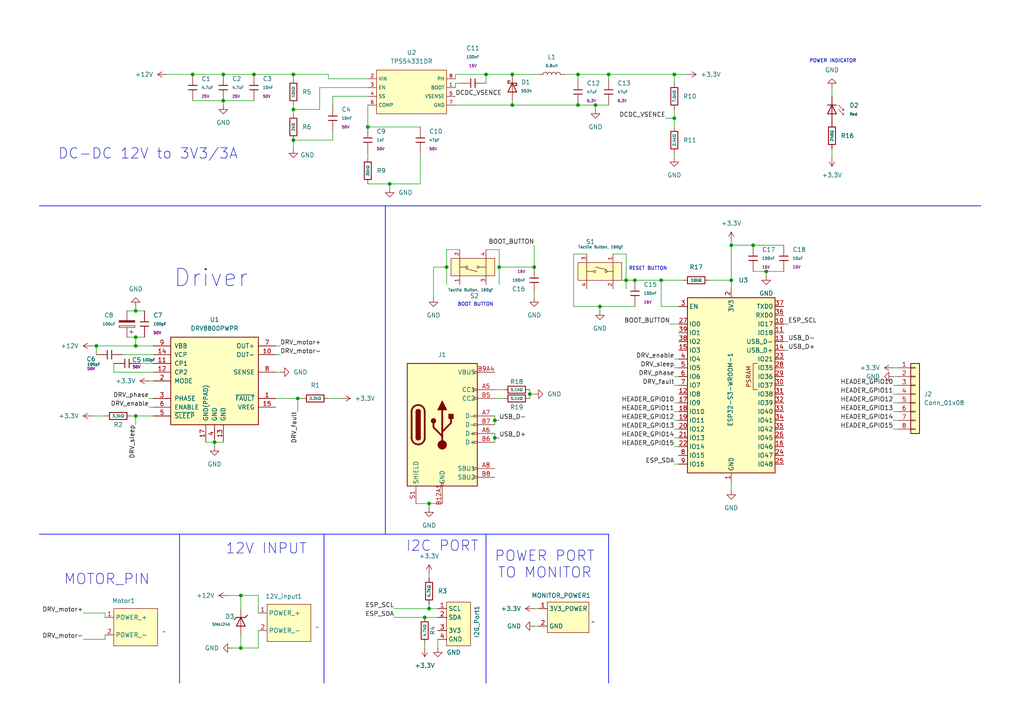
<source format=kicad_sch>
(kicad_sch (version 20250114) (generator "eeschema") (generator_version "9.0")
  (paper "A4")
  (text "POWER INDICATOR" (at 241.554 17.78 0) (effects (font (size 1 1))))
  (text "POWER PORT\nTO MONITOR" (at 157.988 163.83 0) (effects (font (size 3 3))))
  (text "RESET BUTTON" (at 187.96 77.978 0) (effects (font (size 1 1))))
  (text "Driver" (at 61.214 80.772 0) (effects (font (size 5 5))))
  (text "I2C PORT\n" (at 128.27 158.496 0) (effects (font (size 3 3))))
  (text "BOOT BUTTON" (at 137.922 88.392 0) (effects (font (size 1 1))))
  (text "12V INPUT\n" (at 77.216 159.258 0) (effects (font (size 3 3))))
  (text "DC-DC 12V to 3V3/3A" (at 42.926 44.704 0) (effects (font (size 3 3))))
  (text "MOTOR_PIN\n" (at 30.988 168.148 0) (effects (font (size 3 3))))
  (junction (at 39.37 120.65))
  (junction (at 143.51 127))
  (junction (at 218.44 71.12))
  (junction (at 222.25 78.74))
  (junction (at 181.61 81.28))
  (junction (at 64.77 21.59))
  (junction (at 106.68 36.83))
  (junction (at 195.58 21.59))
  (junction (at 85.09 40.64))
  (junction (at 144.78 77.47))
  (junction (at 69.85 187.96))
  (junction (at 176.53 21.59))
  (junction (at 73.66 21.59))
  (junction (at 69.85 172.72))
  (junction (at 195.58 34.29))
  (junction (at 39.37 97.79))
  (junction (at 191.77 81.28))
  (junction (at 39.37 100.33))
  (junction (at 129.54 77.47))
  (junction (at 167.64 30.48))
  (junction (at 184.15 81.28))
  (junction (at 123.19 179.07))
  (junction (at 143.51 121.92))
  (junction (at 172.72 30.48))
  (junction (at 212.09 71.12))
  (junction (at 173.99 88.9))
  (junction (at 86.36 115.57))
  (junction (at 148.59 30.48))
  (junction (at 85.09 31.75))
  (junction (at 64.77 29.21))
  (junction (at 167.64 21.59))
  (junction (at 148.59 21.59))
  (junction (at 39.37 90.17))
  (junction (at 153.67 114.3))
  (junction (at 113.03 53.34))
  (junction (at 154.94 77.47))
  (junction (at 27.94 100.33))
  (junction (at 124.46 146.05))
  (junction (at 212.09 81.28))
  (junction (at 55.88 21.59))
  (junction (at 85.09 21.59))
  (junction (at 124.46 176.53))
  (junction (at 140.97 21.59))
  (junction (at 62.23 128.27))
  (wire (pts (xy 176.53 21.59) (xy 195.58 21.59)))
  (wire (pts (xy 43.18 118.11) (xy 44.45 118.11)))
  (wire (pts (xy 85.09 31.75) (xy 92.71 31.75)))
  (wire (pts (xy 227.33 99.06) (xy 228.6 99.06)))
  (wire (pts (xy 153.67 114.3) (xy 153.67 115.57)))
  (polyline (pts (xy 52.07 154.94) (xy 52.07 198.12)) (stroke (width 0.2) (type solid) (color 0 0 255 1)))
  (wire (pts (xy 148.59 21.59) (xy 156.21 21.59)))
  (wire (pts (xy 195.58 109.22) (xy 196.85 109.22)))
  (wire (pts (xy 30.48 184.15) (xy 30.48 185.42)))
  (wire (pts (xy 133.35 72.39) (xy 129.54 72.39)))
  (wire (pts (xy 124.46 176.53) (xy 127 176.53)))
  (wire (pts (xy 153.67 113.03) (xy 153.67 114.3)))
  (wire (pts (xy 154.94 176.53) (xy 156.21 176.53)))
  (wire (pts (xy 227.33 93.98) (xy 228.6 93.98)))
  (wire (pts (xy 195.58 31.75) (xy 195.58 34.29)))
  (wire (pts (xy 259.08 109.22) (xy 260.35 109.22)))
  (wire (pts (xy 154.94 77.47) (xy 144.78 77.47)))
  (wire (pts (xy 39.37 120.65) (xy 39.37 123.19)))
  (wire (pts (xy 222.25 78.74) (xy 227.33 78.74)))
  (wire (pts (xy 143.51 115.57) (xy 146.05 115.57)))
  (wire (pts (xy 129.54 77.47) (xy 129.54 82.55)))
  (polyline (pts (xy 11.43 59.69) (xy 111.76 59.69)) (stroke (width 0.2) (type solid) (color 0 0 255 1)))
  (wire (pts (xy 69.85 172.72) (xy 69.85 176.53)))
  (wire (pts (xy 195.58 119.38) (xy 196.85 119.38)))
  (wire (pts (xy 123.19 186.69) (xy 123.19 187.96)))
  (wire (pts (xy 143.51 121.92) (xy 144.78 121.92)))
  (wire (pts (xy 74.93 187.96) (xy 74.93 182.88)))
  (wire (pts (xy 167.64 21.59) (xy 167.64 22.86)))
  (wire (pts (xy 121.92 53.34) (xy 113.03 53.34)))
  (wire (pts (xy 173.99 88.9) (xy 173.99 90.17)))
  (wire (pts (xy 69.85 184.15) (xy 69.85 187.96)))
  (wire (pts (xy 167.64 30.48) (xy 172.72 30.48)))
  (wire (pts (xy 55.88 29.21) (xy 64.77 29.21)))
  (wire (pts (xy 166.37 73.66) (xy 166.37 88.9)))
  (wire (pts (xy 27.94 100.33) (xy 39.37 100.33)))
  (wire (pts (xy 43.18 110.49) (xy 44.45 110.49)))
  (wire (pts (xy 96.52 38.1) (xy 96.52 40.64)))
  (wire (pts (xy 212.09 139.7) (xy 212.09 142.24)))
  (wire (pts (xy 194.31 93.98) (xy 196.85 93.98)))
  (wire (pts (xy 148.59 30.48) (xy 148.59 29.21)))
  (wire (pts (xy 92.71 25.4) (xy 106.68 25.4)))
  (wire (pts (xy 140.97 21.59) (xy 140.97 24.13)))
  (wire (pts (xy 24.13 185.42) (xy 30.48 185.42)))
  (wire (pts (xy 218.44 71.12) (xy 227.33 71.12)))
  (wire (pts (xy 195.58 34.29) (xy 195.58 36.83)))
  (wire (pts (xy 143.51 120.65) (xy 143.51 121.92)))
  (wire (pts (xy 95.25 21.59) (xy 95.25 22.86)))
  (wire (pts (xy 140.97 21.59) (xy 148.59 21.59)))
  (wire (pts (xy 143.51 121.92) (xy 143.51 123.19)))
  (wire (pts (xy 80.01 102.87) (xy 81.28 102.87)))
  (wire (pts (xy 127 185.42) (xy 127 187.96)))
  (wire (pts (xy 27.94 100.33) (xy 27.94 102.87)))
  (wire (pts (xy 227.33 101.6) (xy 228.6 101.6)))
  (wire (pts (xy 30.48 179.07) (xy 30.48 177.8)))
  (wire (pts (xy 212.09 71.12) (xy 212.09 81.28)))
  (wire (pts (xy 64.77 21.59) (xy 73.66 21.59)))
  (wire (pts (xy 96.52 27.94) (xy 106.68 27.94)))
  (wire (pts (xy 85.09 40.64) (xy 85.09 43.18)))
  (wire (pts (xy 124.46 166.37) (xy 124.46 167.64)))
  (wire (pts (xy 80.01 115.57) (xy 86.36 115.57)))
  (wire (pts (xy 106.68 36.83) (xy 121.92 36.83)))
  (wire (pts (xy 180.34 81.28) (xy 181.61 81.28)))
  (wire (pts (xy 124.46 146.05) (xy 128.27 146.05)))
  (wire (pts (xy 173.99 88.9) (xy 166.37 88.9)))
  (wire (pts (xy 259.08 124.46) (xy 260.35 124.46)))
  (wire (pts (xy 144.78 72.39) (xy 140.97 72.39)))
  (wire (pts (xy 148.59 30.48) (xy 167.64 30.48)))
  (wire (pts (xy 125.73 77.47) (xy 125.73 86.36)))
  (wire (pts (xy 106.68 44.45) (xy 106.68 45.72)))
  (wire (pts (xy 176.53 21.59) (xy 176.53 22.86)))
  (wire (pts (xy 205.74 81.28) (xy 212.09 81.28)))
  (wire (pts (xy 195.58 21.59) (xy 199.39 21.59)))
  (wire (pts (xy 123.19 179.07) (xy 127 179.07)))
  (wire (pts (xy 96.52 40.64) (xy 85.09 40.64)))
  (wire (pts (xy 241.3 43.18) (xy 241.3 45.72)))
  (wire (pts (xy 39.37 100.33) (xy 44.45 100.33)))
  (wire (pts (xy 184.15 81.28) (xy 191.77 81.28)))
  (wire (pts (xy 73.66 21.59) (xy 85.09 21.59)))
  (wire (pts (xy 59.69 128.27) (xy 62.23 128.27)))
  (wire (pts (xy 86.36 115.57) (xy 86.36 119.38)))
  (wire (pts (xy 163.83 21.59) (xy 167.64 21.59)))
  (wire (pts (xy 80.01 100.33) (xy 81.28 100.33)))
  (wire (pts (xy 172.72 30.48) (xy 172.72 31.75)))
  (wire (pts (xy 154.94 181.61) (xy 156.21 181.61)))
  (polyline (pts (xy 111.76 59.69) (xy 284.48 59.69)) (stroke (width 0.2) (type solid)))
  (wire (pts (xy 43.18 115.57) (xy 44.45 115.57)))
  (wire (pts (xy 195.58 21.59) (xy 195.58 24.13)))
  (wire (pts (xy 132.08 21.59) (xy 140.97 21.59)))
  (polyline (pts (xy 176.53 154.94) (xy 176.53 198.12)) (stroke (width 0.2) (type solid) (color 0 0 255 1)))
  (wire (pts (xy 196.85 88.9) (xy 191.77 88.9)))
  (wire (pts (xy 124.46 146.05) (xy 124.46 147.32)))
  (wire (pts (xy 113.03 54.61) (xy 113.03 53.34)))
  (wire (pts (xy 195.58 124.46) (xy 196.85 124.46)))
  (wire (pts (xy 85.09 31.75) (xy 85.09 30.48)))
  (wire (pts (xy 95.25 115.57) (xy 99.06 115.57)))
  (wire (pts (xy 121.92 44.45) (xy 121.92 53.34)))
  (wire (pts (xy 193.04 34.29) (xy 195.58 34.29)))
  (wire (pts (xy 85.09 21.59) (xy 95.25 21.59)))
  (wire (pts (xy 241.3 25.4) (xy 241.3 27.94)))
  (wire (pts (xy 69.85 187.96) (xy 74.93 187.96)))
  (wire (pts (xy 64.77 29.21) (xy 73.66 29.21)))
  (wire (pts (xy 106.68 53.34) (xy 113.03 53.34)))
  (wire (pts (xy 212.09 71.12) (xy 218.44 71.12)))
  (wire (pts (xy 167.64 21.59) (xy 176.53 21.59)))
  (wire (pts (xy 195.58 127) (xy 196.85 127)))
  (wire (pts (xy 114.3 179.07) (xy 123.19 179.07)))
  (wire (pts (xy 106.68 30.48) (xy 106.68 36.83)))
  (polyline (pts (xy 93.98 154.94) (xy 93.98 198.12)) (stroke (width 0.2) (type solid) (color 0 0 255 1)))
  (wire (pts (xy 36.83 90.17) (xy 39.37 90.17)))
  (wire (pts (xy 195.58 104.14) (xy 196.85 104.14)))
  (wire (pts (xy 195.58 129.54) (xy 196.85 129.54)))
  (wire (pts (xy 26.67 100.33) (xy 27.94 100.33)))
  (wire (pts (xy 48.26 21.59) (xy 55.88 21.59)))
  (polyline (pts (xy 11.43 154.94) (xy 111.76 154.94)) (stroke (width 0.2) (type solid) (color 0 0 255 1)))
  (wire (pts (xy 153.67 114.3) (xy 154.94 114.3)))
  (wire (pts (xy 69.85 172.72) (xy 74.93 172.72)))
  (wire (pts (xy 170.18 73.66) (xy 166.37 73.66)))
  (wire (pts (xy 143.51 113.03) (xy 146.05 113.03)))
  (wire (pts (xy 195.58 44.45) (xy 195.58 45.72)))
  (wire (pts (xy 33.02 107.95) (xy 44.45 107.95)))
  (wire (pts (xy 184.15 88.9) (xy 173.99 88.9)))
  (wire (pts (xy 172.72 30.48) (xy 176.53 30.48)))
  (wire (pts (xy 124.46 176.53) (xy 124.46 175.26)))
  (wire (pts (xy 120.65 146.05) (xy 124.46 146.05)))
  (wire (pts (xy 26.67 120.65) (xy 30.48 120.65)))
  (wire (pts (xy 144.78 82.55) (xy 144.78 77.47)))
  (wire (pts (xy 74.93 172.72) (xy 74.93 177.8)))
  (wire (pts (xy 222.25 78.74) (xy 222.25 80.01)))
  (wire (pts (xy 143.51 127) (xy 144.78 127)))
  (wire (pts (xy 181.61 81.28) (xy 181.61 83.82)))
  (wire (pts (xy 181.61 81.28) (xy 184.15 81.28)))
  (wire (pts (xy 259.08 106.68) (xy 260.35 106.68)))
  (wire (pts (xy 259.08 111.76) (xy 260.35 111.76)))
  (wire (pts (xy 191.77 88.9) (xy 191.77 81.28)))
  (wire (pts (xy 92.71 31.75) (xy 92.71 25.4)))
  (wire (pts (xy 39.37 97.79) (xy 39.37 100.33)))
  (wire (pts (xy 39.37 88.9) (xy 39.37 90.17)))
  (wire (pts (xy 95.25 22.86) (xy 106.68 22.86)))
  (wire (pts (xy 64.77 29.21) (xy 64.77 30.48)))
  (wire (pts (xy 40.64 105.41) (xy 44.45 105.41)))
  (wire (pts (xy 44.45 120.65) (xy 39.37 120.65)))
  (wire (pts (xy 132.08 21.59) (xy 132.08 22.86)))
  (wire (pts (xy 33.02 105.41) (xy 33.02 107.95)))
  (wire (pts (xy 212.09 69.85) (xy 212.09 71.12)))
  (wire (pts (xy 143.51 127) (xy 143.51 128.27)))
  (wire (pts (xy 86.36 115.57) (xy 87.63 115.57)))
  (wire (pts (xy 39.37 97.79) (xy 41.91 97.79)))
  (wire (pts (xy 85.09 21.59) (xy 85.09 22.86)))
  (wire (pts (xy 80.01 107.95) (xy 81.28 107.95)))
  (wire (pts (xy 129.54 77.47) (xy 125.73 77.47)))
  (wire (pts (xy 39.37 90.17) (xy 41.91 90.17)))
  (wire (pts (xy 259.08 119.38) (xy 260.35 119.38)))
  (wire (pts (xy 38.1 120.65) (xy 39.37 120.65)))
  (wire (pts (xy 191.77 81.28) (xy 198.12 81.28)))
  (wire (pts (xy 85.09 31.75) (xy 85.09 33.02)))
  (polyline (pts (xy 111.76 59.69) (xy 111.76 154.94)) (stroke (width 0.2) (type solid) (color 0 0 255 1)))
  (wire (pts (xy 195.58 116.84) (xy 196.85 116.84)))
  (wire (pts (xy 36.83 97.79) (xy 39.37 97.79)))
  (wire (pts (xy 195.58 134.62) (xy 196.85 134.62)))
  (wire (pts (xy 66.04 172.72) (xy 69.85 172.72)))
  (wire (pts (xy 181.61 73.66) (xy 181.61 81.28)))
  (wire (pts (xy 114.3 176.53) (xy 124.46 176.53)))
  (wire (pts (xy 67.31 187.96) (xy 69.85 187.96)))
  (wire (pts (xy 212.09 81.28) (xy 212.09 83.82)))
  (wire (pts (xy 259.08 114.3) (xy 260.35 114.3)))
  (wire (pts (xy 177.8 73.66) (xy 181.61 73.66)))
  (wire (pts (xy 195.58 111.76) (xy 196.85 111.76)))
  (wire (pts (xy 259.08 121.92) (xy 260.35 121.92)))
  (wire (pts (xy 154.94 86.36) (xy 154.94 85.09)))
  (wire (pts (xy 35.56 102.87) (xy 44.45 102.87)))
  (wire (pts (xy 195.58 106.68) (xy 196.85 106.68)))
  (wire (pts (xy 24.13 177.8) (xy 30.48 177.8)))
  (wire (pts (xy 55.88 21.59) (xy 64.77 21.59)))
  (wire (pts (xy 144.78 77.47) (xy 144.78 72.39)))
  (wire (pts (xy 132.08 30.48) (xy 148.59 30.48)))
  (wire (pts (xy 259.08 116.84) (xy 260.35 116.84)))
  (wire (pts (xy 62.23 128.27) (xy 64.77 128.27)))
  (wire (pts (xy 96.52 30.48) (xy 96.52 27.94)))
  (wire (pts (xy 195.58 121.92) (xy 196.85 121.92)))
  (wire (pts (xy 62.23 128.27) (xy 62.23 129.54)))
  (wire (pts (xy 218.44 78.74) (xy 222.25 78.74)))
  (polyline (pts (xy 140.97 154.94) (xy 140.97 198.12)) (stroke (width 0.2) (type solid) (color 0 0 255 1)))
  (wire (pts (xy 154.94 71.12) (xy 154.94 77.47)))
  (wire (pts (xy 129.54 72.39) (xy 129.54 77.47)))
  (polyline (pts (xy 111.76 154.94) (xy 140.97 154.94)) (stroke (width 0.2) (type solid) (color 0 0 255 1)))
  (wire (pts (xy 132.08 24.13) (xy 132.08 25.4)))
  (wire (pts (xy 132.08 24.13) (xy 133.35 24.13)))
  (polyline (pts (xy 140.97 154.94) (xy 176.53 154.94)) (stroke (width 0.2) (type solid) (color 0 0 255 1)))
  (wire (pts (xy 143.51 125.73) (xy 143.51 127)))
  (label "DCDC_VSENCE" (at 132.08 27.94 0))
  (label "DRV_fault" (at 86.36 119.38 270))
  (label "DRV_enable" (at 195.58 104.14 180))
  (label "DRV_sleep" (at 195.58 106.68 180))
  (label "USB_D+" (at 144.78 127 0))
  (label "HEADER_GPIO13" (at 195.58 124.46 180))
  (label "HEADER_GPIO13" (at 259.08 119.38 180))
  (label "HEADER_GPIO10" (at 195.58 116.84 180))
  (label "DRV_motor-" (at 81.28 102.87 0))
  (label "HEADER_GPIO11" (at 259.08 114.3 180))
  (label "USB_D-" (at 144.78 121.92 0))
  (label "ESP_SDA" (at 114.3 179.07 180))
  (label "DRV_phase" (at 43.18 115.57 180))
  (label "HEADER_GPIO14" (at 195.58 127 180))
  (label "ESP_SCL" (at 228.6 93.98 0))
  (label "ESP_SCL" (at 114.3 176.53 180))
  (label "HEADER_GPIO14" (at 259.08 121.92 180))
  (label "HEADER_GPIO10" (at 259.08 111.76 180))
  (label "DRV_fault" (at 195.58 111.76 180))
  (label "HEADER_GPIO11" (at 195.58 119.38 180))
  (label "DRV_sleep" (at 39.37 123.19 270))
  (label "BOOT_BUTTON" (at 154.94 71.12 180))
  (label "HEADER_GPIO15" (at 259.08 124.46 180))
  (label "DRV_enable" (at 43.18 118.11 180))
  (label "DRV_phase" (at 195.58 109.22 180))
  (label "HEADER_GPIO12" (at 195.58 121.92 180))
  (label "USB_D-" (at 228.6 99.06 0))
  (label "DRV_motor+" (at 24.13 177.8 180))
  (label "HEADER_GPIO12" (at 259.08 116.84 180))
  (label "HEADER_GPIO15" (at 195.58 129.54 180))
  (label "BOOT_BUTTON" (at 194.31 93.98 180))
  (label "DRV_motor+" (at 81.28 100.33 0))
  (label "DCDC_VSENCE" (at 193.04 34.29 180))
  (label "ESP_SDA" (at 195.58 134.62 180))
  (label "USB_D+" (at 228.6 101.6 0))
  (label "DRV_motor-" (at 24.13 185.42 180))
  (symbol (lib_id "power:+3.3V") (at 199.39 21.59 270) (unit 1)
    (property "Reference" "#PWR07" (effects (hide yes)))
    (property "Value" "+3.3V" (at 203.2 21.5899 90) (effects (justify left)))
    (property "Description" "Power symbol creates a global label with name \"+3.3V\"" (effects (hide yes)))
  )
  (symbol (lib_id "power:GND") (at 259.08 109.22 270) (unit 1)
    (property "Reference" "#PWR031" (effects (hide yes)))
    (property "Value" "GND" (at 255.27 109.2199 90) (effects (justify right)))
    (property "Description" "Power symbol creates a global label with name \"GND\" , ground" (effects (hide yes)))
  )
  (symbol (lib_id "PCM_JLCPCB-Capacitors:0805,47uF") (at 176.53 26.67 0) (unit 1)
    (property "Reference" "C13" (at 179.07 24.1299 0) (effects (justify left)))
    (property "Value" "47uF" (at 179.07 26.67 0) (effects (font (size 0.8 0.8)) (justify left)))
    (property "Footprint" "PCM_JLCPCB:C_0805" (effects (hide yes)))
    (property "Datasheet" "https://www.lcsc.com/datasheet/lcsc_datasheet_2304140030_Samsung-Electro-Mechanics-CL21A476MQYNNNE_C16780.pdf" (effects (hide yes)))
    (property "Description" "6.3V 47uF X5R ±20% 0805 Multilayer Ceramic Capacitors MLCC - SMD/SMT ROHS" (effects (hide yes)))
    (property "LCSC" "C16780" (effects (hide yes)))
    (property "Stock" "1426065" (effects (hide yes)))
    (property "Price" "0.027USD" (effects (hide yes)))
    (property "Process" "SMT" (effects (hide yes)))
    (property "Minimum Qty" "20" (effects (hide yes)))
    (property "Attrition Qty" "6" (effects (hide yes)))
    (property "Class" "Basic Component" (effects (hide yes)))
    (property "Category" "Capacitors,Multilayer Ceramic Capacitors MLCC - SMD/SMT" (effects (hide yes)))
    (property "Manufacturer" "Samsung Electro-Mechanics" (effects (hide yes)))
    (property "Part" "CL21A476MQYNNNE" (effects (hide yes)))
    (property "Voltage Rated" "6.3V" (at 179.07 29.21 0) (effects (font (size 0.8 0.8)) (justify left)))
    (property "Tolerance" "±20%" (effects (hide yes)))
    (property "Capacitance" "47uF" (effects (hide yes)))
    (property "Temperature Coefficient" "X5R" (effects (hide yes)))
  )
  (symbol (lib_id "PCM_JLCPCB-Resistors:0603,10kΩ") (at 201.93 81.28 90) (unit 1)
    (property "Reference" "R17" (at 201.93 77.47 90))
    (property "Value" "10kΩ" (at 201.93 81.28 90) (effects (font (size 0.8 0.8))))
    (property "Footprint" "PCM_JLCPCB:R_0603" (effects (hide yes)))
    (property "Datasheet" "https://www.lcsc.com/datasheet/lcsc_datasheet_2206010045_UNI-ROYAL-Uniroyal-Elec-0603WAF1002T5E_C25804.pdf" (effects (hide yes)))
    (property "Description" "100mW Thick Film Resistors 75V ±100ppm/°C ±1% 10kΩ 0603 Chip Resistor - Surface Mount ROHS" (effects (hide yes)))
    (property "LCSC" "C25804" (effects (hide yes)))
    (property "Stock" "24658686" (effects (hide yes)))
    (property "Price" "0.004USD" (effects (hide yes)))
    (property "Process" "SMT" (effects (hide yes)))
    (property "Minimum Qty" "20" (effects (hide yes)))
    (property "Attrition Qty" "10" (effects (hide yes)))
    (property "Class" "Basic Component" (effects (hide yes)))
    (property "Category" "Resistors,Chip Resistor - Surface Mount" (effects (hide yes)))
    (property "Manufacturer" "UNI-ROYAL(Uniroyal Elec)" (effects (hide yes)))
    (property "Part" "0603WAF1002T5E" (effects (hide yes)))
    (property "Resistance" "10kΩ" (effects (hide yes)))
    (property "Power(Watts)" "100mW" (effects (hide yes)))
    (property "Type" "Thick Film Resistors" (effects (hide yes)))
    (property "Overload Voltage (Max)" "75V" (effects (hide yes)))
    (property "Operating Temperature Range" "-55°C~+155°C" (effects (hide yes)))
    (property "Tolerance" "±1%" (effects (hide yes)))
    (property "Temperature Coefficient" "±100ppm/°C" (effects (hide yes)))
  )
  (symbol (lib_id "PCM_JLCPCB-Resistors:0603,4.7kΩ") (at 124.46 171.45 0) (unit 1)
    (property "Reference" "R3" (at 127 171.4499 0) (effects (justify left)))
    (property "Value" "4.7kΩ" (at 124.46 171.45 90) (effects (font (size 0.8 0.8))))
    (property "Footprint" "PCM_JLCPCB:R_0603" (effects (hide yes)))
    (property "Datasheet" "https://www.lcsc.com/datasheet/lcsc_datasheet_2206010116_UNI-ROYAL-Uniroyal-Elec-0603WAF4701T5E_C23162.pdf" (effects (hide yes)))
    (property "Description" "100mW Thick Film Resistors 75V ±100ppm/°C ±1% 4.7kΩ 0603 Chip Resistor - Surface Mount ROHS" (effects (hide yes)))
    (property "LCSC" "C23162" (effects (hide yes)))
    (property "Stock" "5960819" (effects (hide yes)))
    (property "Price" "0.004USD" (effects (hide yes)))
    (property "Process" "SMT" (effects (hide yes)))
    (property "Minimum Qty" "20" (effects (hide yes)))
    (property "Attrition Qty" "10" (effects (hide yes)))
    (property "Class" "Basic Component" (effects (hide yes)))
    (property "Category" "Resistors,Chip Resistor - Surface Mount" (effects (hide yes)))
    (property "Manufacturer" "UNI-ROYAL(Uniroyal Elec)" (effects (hide yes)))
    (property "Part" "0603WAF4701T5E" (effects (hide yes)))
    (property "Resistance" "4.7kΩ" (effects (hide yes)))
    (property "Power(Watts)" "100mW" (effects (hide yes)))
    (property "Type" "Thick Film Resistors" (effects (hide yes)))
    (property "Overload Voltage (Max)" "75V" (effects (hide yes)))
    (property "Operating Temperature Range" "-55°C~+155°C" (effects (hide yes)))
    (property "Tolerance" "±1%" (effects (hide yes)))
    (property "Temperature Coefficient" "±100ppm/°C" (effects (hide yes)))
  )
  (symbol (lib_id "PCM_JLCPCB-Power:DC-DC, Buck, 3.5-28VIN, 3A, 0.8+VOUT") (at 119.38 27.94 0) (unit 1)
    (property "Reference" "U2" (at 119.38 15.24 0))
    (property "Value" "TPS54331DR" (at 119.38 17.78 0))
    (property "Footprint" "PCM_JLCPCB:SOIC-8_L5.0-W4.0-P1.27-LS6.0-BL" (effects (hide yes)))
    (property "Datasheet" "https://www.lcsc.com/datasheet/lcsc_datasheet_1808272040_Texas-Instruments-TPS54331DR_C9865.pdf" (effects (hide yes)))
    (property "Description" "Step-down type Adjustable 800mV~25V 3A 3.5V~28V SOIC-8 DC-DC Converters ROHS" (effects (hide yes)))
    (property "LCSC" "C9865" (effects (hide yes)))
    (property "Stock" "341860" (effects (hide yes)))
    (property "Price" "0.250USD" (effects (hide yes)))
    (property "Process" "SMT" (effects (hide yes)))
    (property "Minimum Qty" "1" (effects (hide yes)))
    (property "Attrition Qty" "0" (effects (hide yes)))
    (property "Class" "Preferred Component" (effects (hide yes)))
    (property "Category" "Power Management ICs,DC-DC Converters" (effects (hide yes)))
    (property "Manufacturer" "Texas Instruments" (effects (hide yes)))
    (property "Part" "TPS54331DR" (effects (hide yes)))
    (property "Number Of Outputs" "1" (effects (hide yes)))
    (property "Output Current (Max)" "3A" (effects (hide yes)))
    (property "Output Voltage" "0.8V~25V" (effects (hide yes)))
    (property "Topology" "Step-down" (effects (hide yes)))
    (property "Synchronous Rectification" "No" (effects (hide yes)))
    (property "Switching Frequency" "570kHz" (effects (hide yes)))
    (property "Input Voltage" "3.5V~28V" (effects (hide yes)))
    (property "Output Type" "Adjustable" (effects (hide yes)))
    (property "Operating Temperature" "-40°C~+150°C@(TJ)" (effects (hide yes)))
    (property "Function" "Step-down type" (effects (hide yes)))
    (property "Switch Tube (Built-In/External)" "Built-in" (effects (hide yes)))
    (property "Quiescent Current (Iq)" "1mA" (effects (hide yes)))
    (property "Output Current" "3A" (effects (hide yes)))
  )
  (symbol (lib_id "PCM_JLCPCB-Capacitors:0402,100nF") (at 137.16 24.13 90) (unit 1)
    (property "Reference" "C11" (at 137.16 13.97 90))
    (property "Value" "100nF" (at 137.16 16.51 90) (effects (font (size 0.8 0.8))))
    (property "Footprint" "PCM_JLCPCB:C_0402" (effects (hide yes)))
    (property "Datasheet" "https://www.lcsc.com/datasheet/lcsc_datasheet_2304140030_Samsung-Electro-Mechanics-CL05B104KO5NNNC_C1525.pdf" (effects (hide yes)))
    (property "Description" "16V 100nF X7R ±10% 0402 Multilayer Ceramic Capacitors MLCC - SMD/SMT ROHS" (effects (hide yes)))
    (property "LCSC" "C1525" (effects (hide yes)))
    (property "Stock" "17299152" (effects (hide yes)))
    (property "Price" "0.004USD" (effects (hide yes)))
    (property "Process" "SMT" (effects (hide yes)))
    (property "Minimum Qty" "20" (effects (hide yes)))
    (property "Attrition Qty" "10" (effects (hide yes)))
    (property "Class" "Basic Component" (effects (hide yes)))
    (property "Category" "Capacitors,Multilayer Ceramic Capacitors MLCC - SMD/SMT" (effects (hide yes)))
    (property "Manufacturer" "Samsung Electro-Mechanics" (effects (hide yes)))
    (property "Part" "CL05B104KO5NNNC" (effects (hide yes)))
    (property "Voltage Rated" "16V" (at 137.16 19.05 90) (effects (font (size 0.8 0.8))))
    (property "Tolerance" "±10%" (effects (hide yes)))
    (property "Capacitance" "100nF" (effects (hide yes)))
    (property "Temperature Coefficient" "X7R" (effects (hide yes)))
  )
  (symbol (lib_id "power:GND") (at 222.25 80.01 0) (unit 1)
    (property "Reference" "#PWR025" (effects (hide yes)))
    (property "Value" "GND" (at 222.25 85.09 0))
    (property "Description" "Power symbol creates a global label with name \"GND\" , ground" (effects (hide yes)))
  )
  (symbol (lib_id "power:GND") (at 241.3 25.4 180) (unit 1)
    (property "Reference" "#PWR027" (effects (hide yes)))
    (property "Value" "GND" (at 241.3 20.32 0))
    (property "Description" "Power symbol creates a global label with name \"GND\" , ground" (effects (hide yes)))
  )
  (symbol (lib_id "power:GND") (at 39.37 88.9 180) (unit 1)
    (property "Reference" "#PWR017" (effects (hide yes)))
    (property "Value" "GND" (at 39.37 83.82 0))
    (property "Description" "Power symbol creates a global label with name \"GND\" , ground" (effects (hide yes)))
  )
  (symbol (lib_id "power:GND") (at 64.77 30.48 0) (unit 1)
    (property "Reference" "#PWR01" (effects (hide yes)))
    (property "Value" "GND" (at 64.77 35.56 0))
    (property "Description" "Power symbol creates a global label with name \"GND\" , ground" (effects (hide yes)))
  )
  (symbol (lib_id "Moje_uzasna_knihovna:DPS-2pin-3.5mm") (at 83.82 180.34 0) (unit 1)
    (property "Reference" "12V_input1" (at 76.962 172.974 0) (effects (justify left)))
    (property "Value" "~" (at 91.44 181.9275 0) (effects (justify left)))
    (property "Footprint" "TerminalBlock_4Ucon:TerminalBlock_4Ucon_1x02_P3.50mm_Horizontal" (effects (hide yes)))
  )
  (symbol (lib_id "power:+12V") (at 66.04 172.72 90) (unit 1)
    (property "Reference" "#PWR019" (effects (hide yes)))
    (property "Value" "+12V" (at 62.23 172.7199 90) (effects (justify left)))
    (property "Description" "Power symbol creates a global label with name \"+12V\"" (effects (hide yes)))
  )
  (symbol (lib_id "PCM_JLCPCB-Capacitors:0805,4.7uF") (at 55.88 25.4 0) (unit 1)
    (property "Reference" "C1" (at 58.42 22.8599 0) (effects (justify left)))
    (property "Value" "4.7uF" (at 58.42 25.4 0) (effects (font (size 0.8 0.8)) (justify left)))
    (property "Footprint" "PCM_JLCPCB:C_0805" (effects (hide yes)))
    (property "Datasheet" "https://www.lcsc.com/datasheet/lcsc_datasheet_2304140030_Samsung-Electro-Mechanics-CL21A475KAQNNNE_C1779.pdf" (effects (hide yes)))
    (property "Description" "25V 4.7uF X5R ±10% 0805 Multilayer Ceramic Capacitors MLCC - SMD/SMT ROHS" (effects (hide yes)))
    (property "LCSC" "C1779" (effects (hide yes)))
    (property "Stock" "986918" (effects (hide yes)))
    (property "Price" "0.013USD" (effects (hide yes)))
    (property "Process" "SMT" (effects (hide yes)))
    (property "Minimum Qty" "20" (effects (hide yes)))
    (property "Attrition Qty" "10" (effects (hide yes)))
    (property "Class" "Basic Component" (effects (hide yes)))
    (property "Category" "Capacitors,Multilayer Ceramic Capacitors MLCC - SMD/SMT" (effects (hide yes)))
    (property "Manufacturer" "Samsung Electro-Mechanics" (effects (hide yes)))
    (property "Part" "CL21A475KAQNNNE" (effects (hide yes)))
    (property "Voltage Rated" "25V" (at 58.42 27.94 0) (effects (font (size 0.8 0.8)) (justify left)))
    (property "Tolerance" "±10%" (effects (hide yes)))
    (property "Capacitance" "4.7uF" (effects (hide yes)))
    (property "Temperature Coefficient" "X5R" (effects (hide yes)))
  )
  (symbol (lib_id "power:+3.3V") (at 43.18 110.49 90) (unit 1)
    (property "Reference" "#PWR015" (effects (hide yes)))
    (property "Value" "+3.3V" (at 39.37 110.4899 90) (effects (justify left)))
    (property "Description" "Power symbol creates a global label with name \"+3.3V\"" (effects (hide yes)))
  )
  (symbol (lib_id "power:+12V") (at 48.26 21.59 90) (unit 1)
    (property "Reference" "#PWR02" (effects (hide yes)))
    (property "Value" "+12V" (at 44.45 21.5899 90) (effects (justify left)))
    (property "Description" "Power symbol creates a global label with name \"+12V\"" (effects (hide yes)))
  )
  (symbol (lib_id "PCM_JLCPCB-Resistors:0603,240Ω") (at 241.3 39.37 0) (unit 1)
    (property "Reference" "R16" (at 243.84 39.3699 0) (effects (justify left)))
    (property "Value" "240Ω" (at 241.3 39.37 90) (effects (font (size 0.8 0.8))))
    (property "Footprint" "PCM_JLCPCB:R_0603" (effects (hide yes)))
    (property "Datasheet" "https://www.lcsc.com/datasheet/lcsc_datasheet_2206010100_UNI-ROYAL-Uniroyal-Elec-0603WAF2400T5E_C23350.pdf" (effects (hide yes)))
    (property "Description" "100mW Thick Film Resistors 75V ±100ppm/°C ±1% 240Ω 0603 Chip Resistor - Surface Mount ROHS" (effects (hide yes)))
    (property "LCSC" "C23350" (effects (hide yes)))
    (property "Stock" "161665" (effects (hide yes)))
    (property "Price" "0.004USD" (effects (hide yes)))
    (property "Process" "SMT" (effects (hide yes)))
    (property "Minimum Qty" "20" (effects (hide yes)))
    (property "Attrition Qty" "10" (effects (hide yes)))
    (property "Class" "Preferred Component" (effects (hide yes)))
    (property "Category" "Resistors,Chip Resistor - Surface Mount" (effects (hide yes)))
    (property "Manufacturer" "UNI-ROYAL(Uniroyal Elec)" (effects (hide yes)))
    (property "Part" "0603WAF2400T5E" (effects (hide yes)))
    (property "Resistance" "240Ω" (effects (hide yes)))
    (property "Power(Watts)" "100mW" (effects (hide yes)))
    (property "Type" "Thick Film Resistors" (effects (hide yes)))
    (property "Overload Voltage (Max)" "75V" (effects (hide yes)))
    (property "Operating Temperature Range" "-55°C~+155°C" (effects (hide yes)))
    (property "Tolerance" "±1%" (effects (hide yes)))
    (property "Temperature Coefficient" "±100ppm/°C" (effects (hide yes)))
  )
  (symbol (lib_id "PCM_JLCPCB-Capacitors:0603,100pF") (at 36.83 105.41 270) (unit 1)
    (property "Reference" "C5" (at 39.624 104.394 90))
    (property "Value" "100pF" (at 43.18 104.394 90) (effects (font (size 0.8 0.8))))
    (property "Footprint" "PCM_JLCPCB:C_0603" (effects (hide yes)))
    (property "Datasheet" "https://www.lcsc.com/datasheet/lcsc_datasheet_2304140030_Samsung-Electro-Mechanics-CL10C101JB8NNNC_C14858.pdf" (effects (hide yes)))
    (property "Description" "50V 100pF C0G ±5% 0603 Multilayer Ceramic Capacitors MLCC - SMD/SMT ROHS" (effects (hide yes)))
    (property "LCSC" "C14858" (effects (hide yes)))
    (property "Stock" "2690231" (effects (hide yes)))
    (property "Price" "0.006USD" (effects (hide yes)))
    (property "Process" "SMT" (effects (hide yes)))
    (property "Minimum Qty" "20" (effects (hide yes)))
    (property "Attrition Qty" "10" (effects (hide yes)))
    (property "Class" "Basic Component" (effects (hide yes)))
    (property "Category" "Capacitors,Multilayer Ceramic Capacitors MLCC - SMD/SMT" (effects (hide yes)))
    (property "Manufacturer" "Samsung Electro-Mechanics" (effects (hide yes)))
    (property "Part" "CL10C101JB8NNNC" (effects (hide yes)))
    (property "Voltage Rated" "50V" (at 39.624 106.426 90) (effects (font (size 0.8 0.8))))
    (property "Tolerance" "±5%" (effects (hide yes)))
    (property "Capacitance" "100pF" (effects (hide yes)))
    (property "Temperature Coefficient" "C0G" (effects (hide yes)))
  )
  (symbol (lib_id "PCM_JLCPCB-Capacitors:0603,100pF") (at 31.75 102.87 90) (unit 1)
    (property "Reference" "C6" (at 26.416 104.14 90))
    (property "Value" "100pF" (at 27.178 105.664 90) (effects (font (size 0.8 0.8))))
    (property "Footprint" "PCM_JLCPCB:C_0603" (effects (hide yes)))
    (property "Datasheet" "https://www.lcsc.com/datasheet/lcsc_datasheet_2304140030_Samsung-Electro-Mechanics-CL10C101JB8NNNC_C14858.pdf" (effects (hide yes)))
    (property "Description" "50V 100pF C0G ±5% 0603 Multilayer Ceramic Capacitors MLCC - SMD/SMT ROHS" (effects (hide yes)))
    (property "LCSC" "C14858" (effects (hide yes)))
    (property "Stock" "2690231" (effects (hide yes)))
    (property "Price" "0.006USD" (effects (hide yes)))
    (property "Process" "SMT" (effects (hide yes)))
    (property "Minimum Qty" "20" (effects (hide yes)))
    (property "Attrition Qty" "10" (effects (hide yes)))
    (property "Class" "Basic Component" (effects (hide yes)))
    (property "Category" "Capacitors,Multilayer Ceramic Capacitors MLCC - SMD/SMT" (effects (hide yes)))
    (property "Manufacturer" "Samsung Electro-Mechanics" (effects (hide yes)))
    (property "Part" "CL10C101JB8NNNC" (effects (hide yes)))
    (property "Voltage Rated" "50V" (at 26.416 106.934 90) (effects (font (size 0.8 0.8))))
    (property "Tolerance" "±5%" (effects (hide yes)))
    (property "Capacitance" "100pF" (effects (hide yes)))
    (property "Temperature Coefficient" "C0G" (effects (hide yes)))
  )
  (symbol (lib_id "PCM_JLCPCB-Connectors_Buttons:Tactile Button, 160gf") (at 135.89 77.47 90) (unit 1)
    (property "Reference" "S2" (at 138.938 85.852 90) (effects (justify left)))
    (property "Value" "Tactile Button, 160gf" (at 143.002 84.074 90) (effects (font (size 0.8 0.8)) (justify left)))
    (property "Footprint" "PCM_JLCPCB:SW-SMD_4P-L5.1-W5.1-P3.70-LS6.5-TL-2" (effects (hide yes)))
    (property "Datasheet" "https://www.lcsc.com/datasheet/lcsc_datasheet_2304140030_XKB-Connection-TS-1187A-B-A-B_C318884.pdf" (effects (hide yes)))
    (property "Description" "None Without 50mA 5.1mm 100000 Times 160gf 12V 5.1mm 1.5mm Round Button Standing paste SPST SMD Tactile Switches ROHS" (effects (hide yes)))
    (property "LCSC" "C318884" (effects (hide yes)))
    (property "Stock" "316954" (effects (hide yes)))
    (property "Price" "0.025USD" (effects (hide yes)))
    (property "Process" "SMT" (effects (hide yes)))
    (property "Minimum Qty" "10" (effects (hide yes)))
    (property "Attrition Qty" "5" (effects (hide yes)))
    (property "Class" "Basic Component" (effects (hide yes)))
    (property "Category" "Switches,Tactile Switches" (effects (hide yes)))
    (property "Manufacturer" "XKB Connectivity" (effects (hide yes)))
    (property "Part" "TS-1187A-B-A-B" (effects (hide yes)))
    (property "Switch Length" "5.1mm" (effects (hide yes)))
    (property "Voltage Rating (Dc)" "12V" (effects (hide yes)))
    (property "With Lamp" "No" (effects (hide yes)))
    (property "Operating Force" "160gf" (effects (hide yes)))
    (property "Actuator/Cap Color" "Golden" (effects (hide yes)))
    (property "Mechanical Life" "100000 Times" (effects (hide yes)))
    (property "Strike Gundam" "NO" (effects (hide yes)))
    (property "Circuit" "SPST" (effects (hide yes)))
    (property "Switch Height" "1.5mm" (effects (hide yes)))
    (property "Actuator Style" "Round Button" (effects (hide yes)))
    (property "Switch Width" "5.1mm" (effects (hide yes)))
    (property "Contact Current" "50mA" (effects (hide yes)))
    (property "Operating Temperature" "-30°C~+85°C" (effects (hide yes)))
    (property "Mounting Style" "Brick nogging" (effects (hide yes)))
  )
  (symbol (lib_id "PCM_JLCPCB-Capacitors:0603,10uF") (at 227.33 74.93 0) (unit 1)
    (property "Reference" "C18" (at 229.87 72.3899 0) (effects (justify left)))
    (property "Value" "10uF" (at 229.87 74.93 0) (effects (font (size 0.8 0.8)) (justify left)))
    (property "Footprint" "PCM_JLCPCB:C_0603" (effects (hide yes)))
    (property "Datasheet" "https://www.lcsc.com/datasheet/lcsc_datasheet_2304140030_Samsung-Electro-Mechanics-CL10A106KP8NNNC_C19702.pdf" (effects (hide yes)))
    (property "Description" "10V 10uF X5R ±10% 0603 Multilayer Ceramic Capacitors MLCC - SMD/SMT ROHS" (effects (hide yes)))
    (property "LCSC" "C19702" (effects (hide yes)))
    (property "Stock" "4550312" (effects (hide yes)))
    (property "Price" "0.009USD" (effects (hide yes)))
    (property "Process" "SMT" (effects (hide yes)))
    (property "Minimum Qty" "20" (effects (hide yes)))
    (property "Attrition Qty" "10" (effects (hide yes)))
    (property "Class" "Basic Component" (effects (hide yes)))
    (property "Category" "Capacitors,Multilayer Ceramic Capacitors MLCC - SMD/SMT" (effects (hide yes)))
    (property "Manufacturer" "Samsung Electro-Mechanics" (effects (hide yes)))
    (property "Part" "CL10A106KP8NNNC" (effects (hide yes)))
    (property "Voltage Rated" "10V" (at 229.87 77.47 0) (effects (font (size 0.8 0.8)) (justify left)))
    (property "Tolerance" "±10%" (effects (hide yes)))
    (property "Capacitance" "10uF" (effects (hide yes)))
    (property "Temperature Coefficient" "X5R" (effects (hide yes)))
  )
  (symbol (lib_id "power:+3.3V") (at 26.67 120.65 90) (unit 1)
    (property "Reference" "#PWR010" (effects (hide yes)))
    (property "Value" "+3.3V" (at 22.86 120.6499 90) (effects (justify left)))
    (property "Description" "Power symbol creates a global label with name \"+3.3V\"" (effects (hide yes)))
  )
  (symbol (lib_id "PCM_JLCPCB-Capacitors:0805,47uF") (at 167.64 26.67 0) (unit 1)
    (property "Reference" "C12" (at 170.18 24.1299 0) (effects (justify left)))
    (property "Value" "47uF" (at 170.18 26.67 0) (effects (font (size 0.8 0.8)) (justify left)))
    (property "Footprint" "PCM_JLCPCB:C_0805" (effects (hide yes)))
    (property "Datasheet" "https://www.lcsc.com/datasheet/lcsc_datasheet_2304140030_Samsung-Electro-Mechanics-CL21A476MQYNNNE_C16780.pdf" (effects (hide yes)))
    (property "Description" "6.3V 47uF X5R ±20% 0805 Multilayer Ceramic Capacitors MLCC - SMD/SMT ROHS" (effects (hide yes)))
    (property "LCSC" "C16780" (effects (hide yes)))
    (property "Stock" "1426065" (effects (hide yes)))
    (property "Price" "0.027USD" (effects (hide yes)))
    (property "Process" "SMT" (effects (hide yes)))
    (property "Minimum Qty" "20" (effects (hide yes)))
    (property "Attrition Qty" "6" (effects (hide yes)))
    (property "Class" "Basic Component" (effects (hide yes)))
    (property "Category" "Capacitors,Multilayer Ceramic Capacitors MLCC - SMD/SMT" (effects (hide yes)))
    (property "Manufacturer" "Samsung Electro-Mechanics" (effects (hide yes)))
    (property "Part" "CL21A476MQYNNNE" (effects (hide yes)))
    (property "Voltage Rated" "6.3V" (at 170.18 29.21 0) (effects (font (size 0.8 0.8)) (justify left)))
    (property "Tolerance" "±20%" (effects (hide yes)))
    (property "Capacitance" "47uF" (effects (hide yes)))
    (property "Temperature Coefficient" "X5R" (effects (hide yes)))
  )
  (symbol (lib_id "Moje_uzasna_knihovna:monitor_power") (at 163.83 177.8 0) (unit 1)
    (property "Reference" "MONITOR_POWER1" (at 154.178 172.72 0) (effects (justify left)))
    (property "Value" "~" (at 171.45 180.34 0) (effects (justify left)))
    (property "Footprint" "Connector_JST:JST_XH_B2B-XH-A_1x02_P2.50mm_Vertical" (effects (hide yes)))
  )
  (symbol (lib_id "PCM_JLCPCB-Capacitors:0402,100nF") (at 218.44 74.93 0) (unit 1)
    (property "Reference" "C17" (at 220.98 72.3899 0) (effects (justify left)))
    (property "Value" "100nF" (at 220.98 74.93 0) (effects (font (size 0.8 0.8)) (justify left)))
    (property "Footprint" "PCM_JLCPCB:C_0402" (effects (hide yes)))
    (property "Datasheet" "https://www.lcsc.com/datasheet/lcsc_datasheet_2304140030_Samsung-Electro-Mechanics-CL05B104KO5NNNC_C1525.pdf" (effects (hide yes)))
    (property "Description" "16V 100nF X7R ±10% 0402 Multilayer Ceramic Capacitors MLCC - SMD/SMT ROHS" (effects (hide yes)))
    (property "LCSC" "C1525" (effects (hide yes)))
    (property "Stock" "17299152" (effects (hide yes)))
    (property "Price" "0.004USD" (effects (hide yes)))
    (property "Process" "SMT" (effects (hide yes)))
    (property "Minimum Qty" "20" (effects (hide yes)))
    (property "Attrition Qty" "10" (effects (hide yes)))
    (property "Class" "Basic Component" (effects (hide yes)))
    (property "Category" "Capacitors,Multilayer Ceramic Capacitors MLCC - SMD/SMT" (effects (hide yes)))
    (property "Manufacturer" "Samsung Electro-Mechanics" (effects (hide yes)))
    (property "Part" "CL05B104KO5NNNC" (effects (hide yes)))
    (property "Voltage Rated" "16V" (at 220.98 77.47 0) (effects (font (size 0.8 0.8)) (justify left)))
    (property "Tolerance" "±10%" (effects (hide yes)))
    (property "Capacitance" "100nF" (effects (hide yes)))
    (property "Temperature Coefficient" "X7R" (effects (hide yes)))
  )
  (symbol (lib_id "power:GND") (at 154.94 86.36 0) (unit 1)
    (property "Reference" "#PWR022" (effects (hide yes)))
    (property "Value" "GND" (at 154.94 91.44 0))
    (property "Description" "Power symbol creates a global label with name \"GND\" , ground" (effects (hide yes)))
  )
  (symbol (lib_id "PCM_JLCPCB-Capacitors:0603,47pF") (at 121.92 40.64 0) (unit 1)
    (property "Reference" "C10" (at 124.46 38.0999 0) (effects (justify left)))
    (property "Value" "47pF" (at 124.46 40.64 0) (effects (font (size 0.8 0.8)) (justify left)))
    (property "Footprint" "PCM_JLCPCB:C_0603" (effects (hide yes)))
    (property "Datasheet" "https://www.lcsc.com/datasheet/lcsc_datasheet_2304140030_Samsung-Electro-Mechanics-CL10C470JB8NNNC_C1671.pdf" (effects (hide yes)))
    (property "Description" "50V 47pF C0G ±5% 0603 Multilayer Ceramic Capacitors MLCC - SMD/SMT ROHS" (effects (hide yes)))
    (property "LCSC" "C1671" (effects (hide yes)))
    (property "Stock" "1460911" (effects (hide yes)))
    (property "Price" "0.006USD" (effects (hide yes)))
    (property "Process" "SMT" (effects (hide yes)))
    (property "Minimum Qty" "20" (effects (hide yes)))
    (property "Attrition Qty" "10" (effects (hide yes)))
    (property "Class" "Basic Component" (effects (hide yes)))
    (property "Category" "Capacitors,Multilayer Ceramic Capacitors MLCC - SMD/SMT" (effects (hide yes)))
    (property "Manufacturer" "Samsung Electro-Mechanics" (effects (hide yes)))
    (property "Part" "CL10C470JB8NNNC" (effects (hide yes)))
    (property "Voltage Rated" "50V" (at 124.46 43.18 0) (effects (font (size 0.8 0.8)) (justify left)))
    (property "Tolerance" "±5%" (effects (hide yes)))
    (property "Capacitance" "47pF" (effects (hide yes)))
    (property "Temperature Coefficient" "C0G" (effects (hide yes)))
  )
  (symbol (lib_id "PCM_JLCPCB-Capacitors:0402,100nF") (at 184.15 85.09 0) (unit 1)
    (property "Reference" "C15" (at 186.69 82.5499 0) (effects (justify left)))
    (property "Value" "100nF" (at 186.69 85.09 0) (effects (font (size 0.8 0.8)) (justify left)))
    (property "Footprint" "PCM_JLCPCB:C_0402" (effects (hide yes)))
    (property "Datasheet" "https://www.lcsc.com/datasheet/lcsc_datasheet_2304140030_Samsung-Electro-Mechanics-CL05B104KO5NNNC_C1525.pdf" (effects (hide yes)))
    (property "Description" "16V 100nF X7R ±10% 0402 Multilayer Ceramic Capacitors MLCC - SMD/SMT ROHS" (effects (hide yes)))
    (property "LCSC" "C1525" (effects (hide yes)))
    (property "Stock" "17299152" (effects (hide yes)))
    (property "Price" "0.004USD" (effects (hide yes)))
    (property "Process" "SMT" (effects (hide yes)))
    (property "Minimum Qty" "20" (effects (hide yes)))
    (property "Attrition Qty" "10" (effects (hide yes)))
    (property "Class" "Basic Component" (effects (hide yes)))
    (property "Category" "Capacitors,Multilayer Ceramic Capacitors MLCC - SMD/SMT" (effects (hide yes)))
    (property "Manufacturer" "Samsung Electro-Mechanics" (effects (hide yes)))
    (property "Part" "CL05B104KO5NNNC" (effects (hide yes)))
    (property "Voltage Rated" "16V" (at 186.69 87.63 0) (effects (font (size 0.8 0.8)) (justify left)))
    (property "Tolerance" "±10%" (effects (hide yes)))
    (property "Capacitance" "100nF" (effects (hide yes)))
    (property "Temperature Coefficient" "X7R" (effects (hide yes)))
  )
  (symbol (lib_id "power:+3.3V") (at 154.94 176.53 90) (unit 1)
    (property "Reference" "#PWR013" (effects (hide yes)))
    (property "Value" "+3.3V" (at 151.13 176.5299 90) (effects (justify left)))
    (property "Description" "Power symbol creates a global label with name \"+3.3V\"" (effects (hide yes)))
  )
  (symbol (lib_id "power:GND") (at 127 187.96 0) (unit 1)
    (property "Reference" "#PWR020" (effects (hide yes)))
    (property "Value" "GND" (at 129.54 189.2299 0) (effects (justify left)))
    (property "Description" "Power symbol creates a global label with name \"GND\" , ground" (effects (hide yes)))
  )
  (symbol (lib_id "PCM_JLCPCB-Resistors:0603,5.1kΩ") (at 149.86 115.57 90) (unit 1)
    (property "Reference" "R19" (at 149.86 118.11 90))
    (property "Value" "5.1kΩ" (at 149.86 115.57 90) (effects (font (size 0.8 0.8))))
    (property "Footprint" "PCM_JLCPCB:R_0603" (effects (hide yes)))
    (property "Datasheet" "https://www.lcsc.com/datasheet/lcsc_datasheet_2206010116_UNI-ROYAL-Uniroyal-Elec-0603WAF5101T5E_C23186.pdf" (effects (hide yes)))
    (property "Description" "100mW Thick Film Resistors 75V ±100ppm/°C ±1% 5.1kΩ 0603 Chip Resistor - Surface Mount ROHS" (effects (hide yes)))
    (property "LCSC" "C23186" (effects (hide yes)))
    (property "Stock" "4289961" (effects (hide yes)))
    (property "Price" "0.004USD" (effects (hide yes)))
    (property "Process" "SMT" (effects (hide yes)))
    (property "Minimum Qty" "20" (effects (hide yes)))
    (property "Attrition Qty" "10" (effects (hide yes)))
    (property "Class" "Basic Component" (effects (hide yes)))
    (property "Category" "Resistors,Chip Resistor - Surface Mount" (effects (hide yes)))
    (property "Manufacturer" "UNI-ROYAL(Uniroyal Elec)" (effects (hide yes)))
    (property "Part" "0603WAF5101T5E" (effects (hide yes)))
    (property "Resistance" "5.1kΩ" (effects (hide yes)))
    (property "Power(Watts)" "100mW" (effects (hide yes)))
    (property "Type" "Thick Film Resistors" (effects (hide yes)))
    (property "Overload Voltage (Max)" "75V" (effects (hide yes)))
    (property "Operating Temperature Range" "-55°C~+155°C" (effects (hide yes)))
    (property "Tolerance" "±1%" (effects (hide yes)))
    (property "Temperature Coefficient" "±100ppm/°C" (effects (hide yes)))
  )
  (symbol (lib_id "power:+3.3V") (at 123.19 187.96 180) (unit 1)
    (property "Reference" "#PWR032" (effects (hide yes)))
    (property "Value" "+3.3V" (at 123.19 193.04 0))
    (property "Description" "Power symbol creates a global label with name \"+3.3V\"" (effects (hide yes)))
  )
  (symbol (lib_id "PCM_JLCPCB-Resistors:0603,30kΩ") (at 106.68 49.53 0) (unit 1)
    (property "Reference" "R9" (at 109.22 49.5299 0) (effects (justify left)))
    (property "Value" "30kΩ" (at 106.68 49.53 90) (effects (font (size 0.8 0.8))))
    (property "Footprint" "PCM_JLCPCB:R_0603" (effects (hide yes)))
    (property "Datasheet" "https://www.lcsc.com/datasheet/lcsc_datasheet_2206010116_UNI-ROYAL-Uniroyal-Elec-0603WAF3002T5E_C22984.pdf" (effects (hide yes)))
    (property "Description" "100mW Thick Film Resistors 75V ±100ppm/°C ±1% 30kΩ 0603 Chip Resistor - Surface Mount ROHS" (effects (hide yes)))
    (property "LCSC" "C22984" (effects (hide yes)))
    (property "Stock" "1002841" (effects (hide yes)))
    (property "Price" "0.004USD" (effects (hide yes)))
    (property "Process" "SMT" (effects (hide yes)))
    (property "Minimum Qty" "20" (effects (hide yes)))
    (property "Attrition Qty" "10" (effects (hide yes)))
    (property "Class" "Basic Component" (effects (hide yes)))
    (property "Category" "Resistors,Chip Resistor - Surface Mount" (effects (hide yes)))
    (property "Manufacturer" "UNI-ROYAL(Uniroyal Elec)" (effects (hide yes)))
    (property "Part" "0603WAF3002T5E" (effects (hide yes)))
    (property "Resistance" "30kΩ" (effects (hide yes)))
    (property "Power(Watts)" "100mW" (effects (hide yes)))
    (property "Type" "Thick Film Resistors" (effects (hide yes)))
    (property "Overload Voltage (Max)" "75V" (effects (hide yes)))
    (property "Operating Temperature Range" "-55°C~+155°C" (effects (hide yes)))
    (property "Tolerance" "±1%" (effects (hide yes)))
    (property "Temperature Coefficient" "±100ppm/°C" (effects (hide yes)))
  )
  (symbol (lib_id "PCM_JLCPCB-Capacitors:0402,10nF") (at 96.52 34.29 0) (unit 1)
    (property "Reference" "C4" (at 99.06 31.7499 0) (effects (justify left)))
    (property "Value" "10nF" (at 99.06 34.29 0) (effects (font (size 0.8 0.8)) (justify left)))
    (property "Footprint" "PCM_JLCPCB:C_0402" (effects (hide yes)))
    (property "Datasheet" "https://www.lcsc.com/datasheet/lcsc_datasheet_2304140030_Samsung-Electro-Mechanics-CL05B103KB5NNNC_C15195.pdf" (effects (hide yes)))
    (property "Description" "50V 10nF X7R ±10% 0402 Multilayer Ceramic Capacitors MLCC - SMD/SMT ROHS" (effects (hide yes)))
    (property "LCSC" "C15195" (effects (hide yes)))
    (property "Stock" "3166640" (effects (hide yes)))
    (property "Price" "0.005USD" (effects (hide yes)))
    (property "Process" "SMT" (effects (hide yes)))
    (property "Minimum Qty" "20" (effects (hide yes)))
    (property "Attrition Qty" "10" (effects (hide yes)))
    (property "Class" "Basic Component" (effects (hide yes)))
    (property "Category" "Capacitors,Multilayer Ceramic Capacitors MLCC - SMD/SMT" (effects (hide yes)))
    (property "Manufacturer" "Samsung Electro-Mechanics" (effects (hide yes)))
    (property "Part" "CL05B103KB5NNNC" (effects (hide yes)))
    (property "Voltage Rated" "50V" (at 99.06 36.83 0) (effects (font (size 0.8 0.8)) (justify left)))
    (property "Tolerance" "±10%" (effects (hide yes)))
    (property "Capacitance" "10nF" (effects (hide yes)))
    (property "Temperature Coefficient" "X7R" (effects (hide yes)))
  )
  (symbol (lib_id "power:GND") (at 124.46 147.32 0) (unit 1)
    (property "Reference" "#PWR029" (effects (hide yes)))
    (property "Value" "GND" (at 124.46 152.4 0))
    (property "Description" "Power symbol creates a global label with name \"GND\" , ground" (effects (hide yes)))
  )
  (symbol (lib_id "PCM_JLCPCB-Diodes:Schottky,SS34") (at 148.59 25.4 180) (unit 1)
    (property "Reference" "D1" (at 151.13 23.8124 0) (effects (justify right)))
    (property "Value" "SS34" (at 151.13 26.3525 0) (effects (font (size 0.8 0.8)) (justify right)))
    (property "Footprint" "PCM_JLCPCB:D_SMA" (effects (hide yes)))
    (property "Datasheet" "https://www.lcsc.com/datasheet/lcsc_datasheet_2407101107_MDD-Microdiode-Semiconductor-SS34_C8678.pdf" (effects (hide yes)))
    (property "Description" "40V Independent Type 3A 550mV@3A SMA(DO-214AC) Schottky Diodes ROHS" (effects (hide yes)))
    (property "LCSC" "C8678" (effects (hide yes)))
    (property "Stock" "1504926" (effects (hide yes)))
    (property "Price" "0.029USD" (effects (hide yes)))
    (property "Process" "SMT" (effects (hide yes)))
    (property "Minimum Qty" "20" (effects (hide yes)))
    (property "Attrition Qty" "8" (effects (hide yes)))
    (property "Class" "Basic Component" (effects (hide yes)))
    (property "Category" "Diodes,Schottky Barrier Diodes (SBD)" (effects (hide yes)))
    (property "Manufacturer" "MDD（Microdiode Electronics）" (effects (hide yes)))
    (property "Part" "SS34" (effects (hide yes)))
    (property "Rectified Current" "3A" (effects (hide yes)))
    (property "Forward Voltage (Vf@If)" "550mV@3A" (effects (hide yes)))
    (property "Reverse Voltage (Vr)" "40V" (effects (hide yes)))
    (property "Diode Configuration" "Independent Type" (effects (hide yes)))
    (property "Reverse Leakage Current (Ir)" "500uA@40V" (effects (hide yes)))
  )
  (symbol (lib_id "PCM_JLCPCB-Resistors:0603,10kΩ") (at 85.09 26.67 0) (unit 1)
    (property "Reference" "R5" (at 87.63 26.6699 0) (effects (justify left)))
    (property "Value" "10kΩ" (at 85.09 26.67 90) (effects (font (size 0.8 0.8))))
    (property "Footprint" "PCM_JLCPCB:R_0603" (effects (hide yes)))
    (property "Datasheet" "https://www.lcsc.com/datasheet/lcsc_datasheet_2206010045_UNI-ROYAL-Uniroyal-Elec-0603WAF1002T5E_C25804.pdf" (effects (hide yes)))
    (property "Description" "100mW Thick Film Resistors 75V ±100ppm/°C ±1% 10kΩ 0603 Chip Resistor - Surface Mount ROHS" (effects (hide yes)))
    (property "LCSC" "C25804" (effects (hide yes)))
    (property "Stock" "24658686" (effects (hide yes)))
    (property "Price" "0.004USD" (effects (hide yes)))
    (property "Process" "SMT" (effects (hide yes)))
    (property "Minimum Qty" "20" (effects (hide yes)))
    (property "Attrition Qty" "10" (effects (hide yes)))
    (property "Class" "Basic Component" (effects (hide yes)))
    (property "Category" "Resistors,Chip Resistor - Surface Mount" (effects (hide yes)))
    (property "Manufacturer" "UNI-ROYAL(Uniroyal Elec)" (effects (hide yes)))
    (property "Part" "0603WAF1002T5E" (effects (hide yes)))
    (property "Resistance" "10kΩ" (effects (hide yes)))
    (property "Power(Watts)" "100mW" (effects (hide yes)))
    (property "Type" "Thick Film Resistors" (effects (hide yes)))
    (property "Overload Voltage (Max)" "75V" (effects (hide yes)))
    (property "Operating Temperature Range" "-55°C~+155°C" (effects (hide yes)))
    (property "Tolerance" "±1%" (effects (hide yes)))
    (property "Temperature Coefficient" "±100ppm/°C" (effects (hide yes)))
  )
  (symbol (lib_id "PCM_JLCPCB-Resistors:0603,3.3kΩ") (at 91.44 115.57 90) (unit 1)
    (property "Reference" "R1" (at 91.44 111.76 90))
    (property "Value" "3.3kΩ" (at 91.44 115.57 90) (effects (font (size 0.8 0.8))))
    (property "Footprint" "PCM_JLCPCB:R_0603" (effects (hide yes)))
    (property "Datasheet" "https://www.lcsc.com/datasheet/lcsc_datasheet_2206010116_UNI-ROYAL-Uniroyal-Elec-0603WAF3301T5E_C22978.pdf" (effects (hide yes)))
    (property "Description" "100mW Thick Film Resistors 75V ±100ppm/°C ±1% 3.3kΩ 0603 Chip Resistor - Surface Mount ROHS" (effects (hide yes)))
    (property "LCSC" "C22978" (effects (hide yes)))
    (property "Stock" "1491880" (effects (hide yes)))
    (property "Price" "0.004USD" (effects (hide yes)))
    (property "Process" "SMT" (effects (hide yes)))
    (property "Minimum Qty" "20" (effects (hide yes)))
    (property "Attrition Qty" "10" (effects (hide yes)))
    (property "Class" "Basic Component" (effects (hide yes)))
    (property "Category" "Resistors,Chip Resistor - Surface Mount" (effects (hide yes)))
    (property "Manufacturer" "UNI-ROYAL(Uniroyal Elec)" (effects (hide yes)))
    (property "Part" "0603WAF3301T5E" (effects (hide yes)))
    (property "Resistance" "3.3kΩ" (effects (hide yes)))
    (property "Power(Watts)" "100mW" (effects (hide yes)))
    (property "Type" "Thick Film Resistors" (effects (hide yes)))
    (property "Overload Voltage (Max)" "75V" (effects (hide yes)))
    (property "Operating Temperature Range" "-55°C~+155°C" (effects (hide yes)))
    (property "Tolerance" "±1%" (effects (hide yes)))
    (property "Temperature Coefficient" "±100ppm/°C" (effects (hide yes)))
  )
  (symbol (lib_id "PCM_JLCPCB-Diodes:TVS-Uni,SMAJ24A") (at 69.85 180.34 180) (unit 1)
    (property "Reference" "D3" (at 65.278 178.816 0) (effects (justify right)))
    (property "Value" "SMAJ24A" (at 61.468 181.102 0) (effects (font (size 0.8 0.8)) (justify right)))
    (property "Footprint" "PCM_JLCPCB:D_SMA" (effects (hide yes)))
    (property "Datasheet" "https://wmsc.lcsc.com/wmsc/upload/file/pdf/v2/lcsc/2312280937_hongjiacheng-SMAJ24A_C19077541.pdf" (effects (hide yes)))
    (property "Description" "10.3A 400W 38.9V 29.5V Unidirectional 24V SMA ESD and Surge Protection (TVS/ESD) ROHS" (effects (hide yes)))
    (property "LCSC" "C19077541" (effects (hide yes)))
    (property "Stock" "18636" (effects (hide yes)))
    (property "Price" "0.036USD" (effects (hide yes)))
    (property "Process" "SMT" (effects (hide yes)))
    (property "Minimum Qty" "5" (effects (hide yes)))
    (property "Attrition Qty" "2" (effects (hide yes)))
    (property "Class" "Preferred Component" (effects (hide yes)))
    (property "Category" "TVS/Fuse/Board Level Protection,Electrostatic And Surge Protection (TVS/ESD)" (effects (hide yes)))
    (property "Manufacturer" "hongjiacheng" (effects (hide yes)))
    (property "Part" "SMAJ24A" (effects (hide yes)))
  )
  (symbol (lib_id "PCM_JLCPCB-Connectors_Buttons:Tactile Button, 160gf") (at 175.26 78.74 270) (unit 1)
    (property "Reference" "S1" (at 169.926 70.104 90) (effects (justify left)))
    (property "Value" "Tactile Button, 160gf" (at 167.64 71.628 90) (effects (font (size 0.8 0.8)) (justify left)))
    (property "Footprint" "PCM_JLCPCB:SW-SMD_4P-L5.1-W5.1-P3.70-LS6.5-TL-2" (effects (hide yes)))
    (property "Datasheet" "https://www.lcsc.com/datasheet/lcsc_datasheet_2304140030_XKB-Connection-TS-1187A-B-A-B_C318884.pdf" (effects (hide yes)))
    (property "Description" "None Without 50mA 5.1mm 100000 Times 160gf 12V 5.1mm 1.5mm Round Button Standing paste SPST SMD Tactile Switches ROHS" (effects (hide yes)))
    (property "LCSC" "C318884" (effects (hide yes)))
    (property "Stock" "316954" (effects (hide yes)))
    (property "Price" "0.025USD" (effects (hide yes)))
    (property "Process" "SMT" (effects (hide yes)))
    (property "Minimum Qty" "10" (effects (hide yes)))
    (property "Attrition Qty" "5" (effects (hide yes)))
    (property "Class" "Basic Component" (effects (hide yes)))
    (property "Category" "Switches,Tactile Switches" (effects (hide yes)))
    (property "Manufacturer" "XKB Connectivity" (effects (hide yes)))
    (property "Part" "TS-1187A-B-A-B" (effects (hide yes)))
    (property "Switch Length" "5.1mm" (effects (hide yes)))
    (property "Voltage Rating (Dc)" "12V" (effects (hide yes)))
    (property "With Lamp" "No" (effects (hide yes)))
    (property "Operating Force" "160gf" (effects (hide yes)))
    (property "Actuator/Cap Color" "Golden" (effects (hide yes)))
    (property "Mechanical Life" "100000 Times" (effects (hide yes)))
    (property "Strike Gundam" "NO" (effects (hide yes)))
    (property "Circuit" "SPST" (effects (hide yes)))
    (property "Switch Height" "1.5mm" (effects (hide yes)))
    (property "Actuator Style" "Round Button" (effects (hide yes)))
    (property "Switch Width" "5.1mm" (effects (hide yes)))
    (property "Contact Current" "50mA" (effects (hide yes)))
    (property "Operating Temperature" "-30°C~+85°C" (effects (hide yes)))
    (property "Mounting Style" "Brick nogging" (effects (hide yes)))
  )
  (symbol (lib_id "power:GND") (at 172.72 31.75 0) (unit 1)
    (property "Reference" "#PWR06" (effects (hide yes)))
    (property "Value" "GND" (at 172.72 36.83 0))
    (property "Description" "Power symbol creates a global label with name \"GND\" , ground" (effects (hide yes)))
  )
  (symbol (lib_id "power:GND") (at 212.09 142.24 0) (unit 1)
    (property "Reference" "#PWR024" (effects (hide yes)))
    (property "Value" "GND" (at 212.09 147.32 0))
    (property "Description" "Power symbol creates a global label with name \"GND\" , ground" (effects (hide yes)))
  )
  (symbol (lib_id "power:GND") (at 113.03 54.61 0) (unit 1)
    (property "Reference" "#PWR04" (effects (hide yes)))
    (property "Value" "GND" (at 115.57 55.8799 0) (effects (justify left)))
    (property "Description" "Power symbol creates a global label with name \"GND\" , ground" (effects (hide yes)))
  )
  (symbol (lib_id "PCM_JLCPCB-Extended:Connector, USB-TYPE-C-16P") (at 128.27 123.19 0) (unit 1)
    (property "Reference" "J1" (at 128.27 102.87 0))
    (property "Value" "Connector, USB-TYPE-C-16P" (effects (hide yes)))
    (property "Footprint" "PCM_JLCPCB:TYPE-C-SMD_HX-TYPE-C-16PIN" (effects (hide yes)))
    (property "Datasheet" "https://atta.szlcsc.com/upload/public/pdf/source/20220920/0EF8F885FCCEA71F60E9E85152155021.pdf" (effects (hide yes)))
    (property "Description" "3A 1 Horizontal attachment 16P Female -25℃~+85℃ Type-C SMD USB Connectors ROHS" (effects (hide yes)))
    (property "LCSC" "C2927039" (effects (hide yes)))
  )
  (symbol (lib_id "power:GND") (at 173.99 90.17 0) (unit 1)
    (property "Reference" "#PWR021" (effects (hide yes)))
    (property "Value" "GND" (at 173.99 95.25 0))
    (property "Description" "Power symbol creates a global label with name \"GND\" , ground" (effects (hide yes)))
  )
  (symbol (lib_id "power:+3.3V") (at 241.3 45.72 180) (unit 1)
    (property "Reference" "#PWR028" (effects (hide yes)))
    (property "Value" "+3.3V" (at 241.3 50.8 0))
    (property "Description" "Power symbol creates a global label with name \"+3.3V\"" (effects (hide yes)))
  )
  (symbol (lib_id "power:GND") (at 154.94 181.61 270) (unit 1)
    (property "Reference" "#PWR014" (effects (hide yes)))
    (property "Value" "GND" (at 151.13 181.6099 90) (effects (justify right)))
    (property "Description" "Power symbol creates a global label with name \"GND\" , ground" (effects (hide yes)))
  )
  (symbol (lib_id "PCM_JLCPCB-Resistors:0603,2kΩ") (at 85.09 36.83 0) (unit 1)
    (property "Reference" "R6" (at 87.63 36.8299 0) (effects (justify left)))
    (property "Value" "2kΩ" (at 85.09 36.83 90) (effects (font (size 0.8 0.8))))
    (property "Footprint" "PCM_JLCPCB:R_0603" (effects (hide yes)))
    (property "Datasheet" "https://www.lcsc.com/datasheet/lcsc_datasheet_2206010116_UNI-ROYAL-Uniroyal-Elec-0603WAF2001T5E_C22975.pdf" (effects (hide yes)))
    (property "Description" "100mW Thick Film Resistors 75V ±100ppm/°C ±1% 2kΩ 0603 Chip Resistor - Surface Mount ROHS" (effects (hide yes)))
    (property "LCSC" "C22975" (effects (hide yes)))
    (property "Stock" "4364636" (effects (hide yes)))
    (property "Price" "0.004USD" (effects (hide yes)))
    (property "Process" "SMT" (effects (hide yes)))
    (property "Minimum Qty" "20" (effects (hide yes)))
    (property "Attrition Qty" "10" (effects (hide yes)))
    (property "Class" "Basic Component" (effects (hide yes)))
    (property "Category" "Resistors,Chip Resistor - Surface Mount" (effects (hide yes)))
    (property "Manufacturer" "UNI-ROYAL(Uniroyal Elec)" (effects (hide yes)))
    (property "Part" "0603WAF2001T5E" (effects (hide yes)))
    (property "Resistance" "2kΩ" (effects (hide yes)))
    (property "Power(Watts)" "100mW" (effects (hide yes)))
    (property "Type" "Thick Film Resistors" (effects (hide yes)))
    (property "Overload Voltage (Max)" "75V" (effects (hide yes)))
    (property "Operating Temperature Range" "-55°C~+155°C" (effects (hide yes)))
    (property "Tolerance" "±1%" (effects (hide yes)))
    (property "Temperature Coefficient" "±100ppm/°C" (effects (hide yes)))
  )
  (symbol (lib_id "power:GND") (at 125.73 86.36 0) (unit 1)
    (property "Reference" "#PWR023" (effects (hide yes)))
    (property "Value" "GND" (at 125.73 91.44 0))
    (property "Description" "Power symbol creates a global label with name \"GND\" , ground" (effects (hide yes)))
  )
  (symbol (lib_id "PCM_JLCPCB-Capacitors:0402,10nF") (at 73.66 25.4 0) (unit 1)
    (property "Reference" "C3" (at 76.2 22.8599 0) (effects (justify left)))
    (property "Value" "10nF" (at 76.2 25.4 0) (effects (font (size 0.8 0.8)) (justify left)))
    (property "Footprint" "PCM_JLCPCB:C_0402" (effects (hide yes)))
    (property "Datasheet" "https://www.lcsc.com/datasheet/lcsc_datasheet_2304140030_Samsung-Electro-Mechanics-CL05B103KB5NNNC_C15195.pdf" (effects (hide yes)))
    (property "Description" "50V 10nF X7R ±10% 0402 Multilayer Ceramic Capacitors MLCC - SMD/SMT ROHS" (effects (hide yes)))
    (property "LCSC" "C15195" (effects (hide yes)))
    (property "Stock" "3166640" (effects (hide yes)))
    (property "Price" "0.005USD" (effects (hide yes)))
    (property "Process" "SMT" (effects (hide yes)))
    (property "Minimum Qty" "20" (effects (hide yes)))
    (property "Attrition Qty" "10" (effects (hide yes)))
    (property "Class" "Basic Component" (effects (hide yes)))
    (property "Category" "Capacitors,Multilayer Ceramic Capacitors MLCC - SMD/SMT" (effects (hide yes)))
    (property "Manufacturer" "Samsung Electro-Mechanics" (effects (hide yes)))
    (property "Part" "CL05B103KB5NNNC" (effects (hide yes)))
    (property "Voltage Rated" "50V" (at 76.2 27.94 0) (effects (font (size 0.8 0.8)) (justify left)))
    (property "Tolerance" "±10%" (effects (hide yes)))
    (property "Capacitance" "10nF" (effects (hide yes)))
    (property "Temperature Coefficient" "X7R" (effects (hide yes)))
  )
  (symbol (lib_id "power:+3.3V") (at 259.08 106.68 90) (unit 1)
    (property "Reference" "#PWR030" (effects (hide yes)))
    (property "Value" "+3.3V" (at 255.27 106.6799 90) (effects (justify left)))
    (property "Description" "Power symbol creates a global label with name \"+3.3V\"" (effects (hide yes)))
  )
  (symbol (lib_id "PCM_JLCPCB-Resistors:0603,5.1kΩ") (at 149.86 113.03 90) (unit 1)
    (property "Reference" "R18" (at 149.86 110.744 90))
    (property "Value" "5.1kΩ" (at 149.86 113.03 90) (effects (font (size 0.8 0.8))))
    (property "Footprint" "PCM_JLCPCB:R_0603" (effects (hide yes)))
    (property "Datasheet" "https://www.lcsc.com/datasheet/lcsc_datasheet_2206010116_UNI-ROYAL-Uniroyal-Elec-0603WAF5101T5E_C23186.pdf" (effects (hide yes)))
    (property "Description" "100mW Thick Film Resistors 75V ±100ppm/°C ±1% 5.1kΩ 0603 Chip Resistor - Surface Mount ROHS" (effects (hide yes)))
    (property "LCSC" "C23186" (effects (hide yes)))
    (property "Stock" "4289961" (effects (hide yes)))
    (property "Price" "0.004USD" (effects (hide yes)))
    (property "Process" "SMT" (effects (hide yes)))
    (property "Minimum Qty" "20" (effects (hide yes)))
    (property "Attrition Qty" "10" (effects (hide yes)))
    (property "Class" "Basic Component" (effects (hide yes)))
    (property "Category" "Resistors,Chip Resistor - Surface Mount" (effects (hide yes)))
    (property "Manufacturer" "UNI-ROYAL(Uniroyal Elec)" (effects (hide yes)))
    (property "Part" "0603WAF5101T5E" (effects (hide yes)))
    (property "Resistance" "5.1kΩ" (effects (hide yes)))
    (property "Power(Watts)" "100mW" (effects (hide yes)))
    (property "Type" "Thick Film Resistors" (effects (hide yes)))
    (property "Overload Voltage (Max)" "75V" (effects (hide yes)))
    (property "Operating Temperature Range" "-55°C~+155°C" (effects (hide yes)))
    (property "Tolerance" "±1%" (effects (hide yes)))
    (property "Temperature Coefficient" "±100ppm/°C" (effects (hide yes)))
  )
  (symbol (lib_id "power:+3.3V") (at 212.09 69.85 0) (unit 1)
    (property "Reference" "#PWR016" (effects (hide yes)))
    (property "Value" "+3.3V" (at 212.09 64.77 0))
    (property "Description" "Power symbol creates a global label with name \"+3.3V\"" (effects (hide yes)))
  )
  (symbol (lib_id "power:+3.3V") (at 99.06 115.57 270) (unit 1)
    (property "Reference" "#PWR08" (effects (hide yes)))
    (property "Value" "+3.3V" (at 102.87 115.5699 90) (effects (justify left)))
    (property "Description" "Power symbol creates a global label with name \"+3.3V\"" (effects (hide yes)))
  )
  (symbol (lib_id "PCM_JLCPCB-Resistors:0603,7.5kΩ") (at 195.58 27.94 0) (unit 1)
    (property "Reference" "R10" (at 198.12 27.9399 0) (effects (justify left)))
    (property "Value" "7.5kΩ" (at 195.58 27.94 90) (effects (font (size 0.8 0.8))))
    (property "Footprint" "PCM_JLCPCB:R_0603" (effects (hide yes)))
    (property "Datasheet" "https://www.lcsc.com/datasheet/lcsc_datasheet_2206010100_UNI-ROYAL-Uniroyal-Elec-0603WAF7501T5E_C23234.pdf" (effects (hide yes)))
    (property "Description" "100mW Thick Film Resistors 75V ±100ppm/°C ±1% 7.5kΩ 0603 Chip Resistor - Surface Mount ROHS" (effects (hide yes)))
    (property "LCSC" "C23234" (effects (hide yes)))
    (property "Stock" "687681" (effects (hide yes)))
    (property "Price" "0.004USD" (effects (hide yes)))
    (property "Process" "SMT" (effects (hide yes)))
    (property "Minimum Qty" "20" (effects (hide yes)))
    (property "Attrition Qty" "10" (effects (hide yes)))
    (property "Class" "Basic Component" (effects (hide yes)))
    (property "Category" "Resistors,Chip Resistor - Surface Mount" (effects (hide yes)))
    (property "Manufacturer" "UNI-ROYAL(Uniroyal Elec)" (effects (hide yes)))
    (property "Part" "0603WAF7501T5E" (effects (hide yes)))
    (property "Resistance" "7.5kΩ" (effects (hide yes)))
    (property "Power(Watts)" "100mW" (effects (hide yes)))
    (property "Type" "Thick Film Resistors" (effects (hide yes)))
    (property "Overload Voltage (Max)" "75V" (effects (hide yes)))
    (property "Operating Temperature Range" "-55°C~+155°C" (effects (hide yes)))
    (property "Tolerance" "±1%" (effects (hide yes)))
    (property "Temperature Coefficient" "±100ppm/°C" (effects (hide yes)))
  )
  (symbol (lib_id "Device:C_Polarized") (at 36.83 93.98 180) (unit 1)
    (property "Reference" "C8" (at 30.226 91.44 0) (effects (justify right)))
    (property "Value" "100uF" (at 29.718 93.98 0) (effects (font (size 0.8 0.8)) (justify right)))
    (property "Footprint" "Capacitor_THT:CP_Radial_D5.0mm_P2.00mm" (effects (hide yes)))
    (property "Description" "Polarized capacitor" (effects (hide yes)))
  )
  (symbol (lib_id "power:GND") (at 154.94 114.3 90) (unit 1)
    (property "Reference" "#PWR026" (effects (hide yes)))
    (property "Value" "GND" (at 158.75 114.2999 90) (effects (justify right)))
    (property "Description" "Power symbol creates a global label with name \"GND\" , ground" (effects (hide yes)))
  )
  (symbol (lib_id "PCM_JLCPCB-Capacitors:0805,4.7uF") (at 64.77 25.4 0) (unit 1)
    (property "Reference" "C2" (at 67.31 22.8599 0) (effects (justify left)))
    (property "Value" "4.7uF" (at 67.31 25.4 0) (effects (font (size 0.8 0.8)) (justify left)))
    (property "Footprint" "PCM_JLCPCB:C_0805" (effects (hide yes)))
    (property "Datasheet" "https://www.lcsc.com/datasheet/lcsc_datasheet_2304140030_Samsung-Electro-Mechanics-CL21A475KAQNNNE_C1779.pdf" (effects (hide yes)))
    (property "Description" "25V 4.7uF X5R ±10% 0805 Multilayer Ceramic Capacitors MLCC - SMD/SMT ROHS" (effects (hide yes)))
    (property "LCSC" "C1779" (effects (hide yes)))
    (property "Stock" "986918" (effects (hide yes)))
    (property "Price" "0.013USD" (effects (hide yes)))
    (property "Process" "SMT" (effects (hide yes)))
    (property "Minimum Qty" "20" (effects (hide yes)))
    (property "Attrition Qty" "10" (effects (hide yes)))
    (property "Class" "Basic Component" (effects (hide yes)))
    (property "Category" "Capacitors,Multilayer Ceramic Capacitors MLCC - SMD/SMT" (effects (hide yes)))
    (property "Manufacturer" "Samsung Electro-Mechanics" (effects (hide yes)))
    (property "Part" "CL21A475KAQNNNE" (effects (hide yes)))
    (property "Voltage Rated" "25V" (at 67.31 27.94 0) (effects (font (size 0.8 0.8)) (justify left)))
    (property "Tolerance" "±10%" (effects (hide yes)))
    (property "Capacitance" "4.7uF" (effects (hide yes)))
    (property "Temperature Coefficient" "X5R" (effects (hide yes)))
  )
  (symbol (lib_id "PCM_JLCPCB-Capacitors:0603,100pF") (at 41.91 93.98 0) (unit 1)
    (property "Reference" "C7" (at 44.45 91.4399 0) (effects (justify left)))
    (property "Value" "100pF" (at 44.45 93.98 0) (effects (font (size 0.8 0.8)) (justify left)))
    (property "Footprint" "PCM_JLCPCB:C_0603" (effects (hide yes)))
    (property "Datasheet" "https://www.lcsc.com/datasheet/lcsc_datasheet_2304140030_Samsung-Electro-Mechanics-CL10C101JB8NNNC_C14858.pdf" (effects (hide yes)))
    (property "Description" "50V 100pF C0G ±5% 0603 Multilayer Ceramic Capacitors MLCC - SMD/SMT ROHS" (effects (hide yes)))
    (property "LCSC" "C14858" (effects (hide yes)))
    (property "Stock" "2690231" (effects (hide yes)))
    (property "Price" "0.006USD" (effects (hide yes)))
    (property "Process" "SMT" (effects (hide yes)))
    (property "Minimum Qty" "20" (effects (hide yes)))
    (property "Attrition Qty" "10" (effects (hide yes)))
    (property "Class" "Basic Component" (effects (hide yes)))
    (property "Category" "Capacitors,Multilayer Ceramic Capacitors MLCC - SMD/SMT" (effects (hide yes)))
    (property "Manufacturer" "Samsung Electro-Mechanics" (effects (hide yes)))
    (property "Part" "CL10C101JB8NNNC" (effects (hide yes)))
    (property "Voltage Rated" "50V" (at 44.45 96.52 0) (effects (font (size 0.8 0.8)) (justify left)))
    (property "Tolerance" "±5%" (effects (hide yes)))
    (property "Capacitance" "100pF" (effects (hide yes)))
    (property "Temperature Coefficient" "C0G" (effects (hide yes)))
  )
  (symbol (lib_id "PCM_JLCPCB-Resistors:0603,2.4kΩ") (at 195.58 40.64 0) (unit 1)
    (property "Reference" "R11" (at 198.12 40.6399 0) (effects (justify left)))
    (property "Value" "2.4kΩ" (at 195.58 40.64 90) (effects (font (size 0.8 0.8))))
    (property "Footprint" "PCM_JLCPCB:R_0603" (effects (hide yes)))
    (property "Datasheet" "https://www.lcsc.com/datasheet/lcsc_datasheet_2206010130_UNI-ROYAL-Uniroyal-Elec-0603WAF2401T5E_C22940.pdf" (effects (hide yes)))
    (property "Description" "100mW Thick Film Resistors 75V ±100ppm/°C ±1% 2.4kΩ 0603 Chip Resistor - Surface Mount ROHS" (effects (hide yes)))
    (property "LCSC" "C22940" (effects (hide yes)))
    (property "Stock" "478267" (effects (hide yes)))
    (property "Price" "0.004USD" (effects (hide yes)))
    (property "Process" "SMT" (effects (hide yes)))
    (property "Minimum Qty" "20" (effects (hide yes)))
    (property "Attrition Qty" "10" (effects (hide yes)))
    (property "Class" "Basic Component" (effects (hide yes)))
    (property "Category" "Resistors,Chip Resistor - Surface Mount" (effects (hide yes)))
    (property "Manufacturer" "UNI-ROYAL(Uniroyal Elec)" (effects (hide yes)))
    (property "Part" "0603WAF2401T5E" (effects (hide yes)))
    (property "Resistance" "2.4kΩ" (effects (hide yes)))
    (property "Power(Watts)" "100mW" (effects (hide yes)))
    (property "Type" "Thick Film Resistors" (effects (hide yes)))
    (property "Overload Voltage (Max)" "75V" (effects (hide yes)))
    (property "Operating Temperature Range" "-55°C~+155°C" (effects (hide yes)))
    (property "Tolerance" "±1%" (effects (hide yes)))
    (property "Temperature Coefficient" "±100ppm/°C" (effects (hide yes)))
  )
  (symbol (lib_id "PCM_JLCPCB-Capacitors:0603,1nF") (at 106.68 40.64 0) (unit 1)
    (property "Reference" "C9" (at 109.22 38.0999 0) (effects (justify left)))
    (property "Value" "1nF" (at 109.22 40.64 0) (effects (font (size 0.8 0.8)) (justify left)))
    (property "Footprint" "PCM_JLCPCB:C_0603" (effects (hide yes)))
    (property "Datasheet" "https://www.lcsc.com/datasheet/lcsc_datasheet_2304140030_Samsung-Electro-Mechanics-CL10B102KB8NNNC_C1588.pdf" (effects (hide yes)))
    (property "Description" "50V 1nF X7R ±10% 0603 Multilayer Ceramic Capacitors MLCC - SMD/SMT ROHS" (effects (hide yes)))
    (property "LCSC" "C1588" (effects (hide yes)))
    (property "Stock" "2673901" (effects (hide yes)))
    (property "Price" "0.006USD" (effects (hide yes)))
    (property "Process" "SMT" (effects (hide yes)))
    (property "Minimum Qty" "20" (effects (hide yes)))
    (property "Attrition Qty" "10" (effects (hide yes)))
    (property "Class" "Basic Component" (effects (hide yes)))
    (property "Category" "Capacitors,Multilayer Ceramic Capacitors MLCC - SMD/SMT" (effects (hide yes)))
    (property "Manufacturer" "Samsung Electro-Mechanics" (effects (hide yes)))
    (property "Part" "CL10B102KB8NNNC" (effects (hide yes)))
    (property "Voltage Rated" "50V" (at 109.22 43.18 0) (effects (font (size 0.8 0.8)) (justify left)))
    (property "Tolerance" "±10%" (effects (hide yes)))
    (property "Capacitance" "1nF" (effects (hide yes)))
    (property "Temperature Coefficient" "X7R" (effects (hide yes)))
  )
  (symbol (lib_id "power:GND") (at 85.09 43.18 0) (unit 1)
    (property "Reference" "#PWR03" (effects (hide yes)))
    (property "Value" "GND" (at 89.154 44.958 0))
    (property "Description" "Power symbol creates a global label with name \"GND\" , ground" (effects (hide yes)))
  )
  (symbol (lib_id "power:+12V") (at 26.67 100.33 90) (unit 1)
    (property "Reference" "#PWR011" (effects (hide yes)))
    (property "Value" "+12V" (at 22.86 100.3299 90) (effects (justify left)))
    (property "Description" "Power symbol creates a global label with name \"+12V\"" (effects (hide yes)))
  )
  (symbol (lib_id "power:+3.3V") (at 124.46 166.37 0) (unit 1)
    (property "Reference" "#PWR033" (effects (hide yes)))
    (property "Value" "+3.3V" (at 124.46 161.29 0))
    (property "Description" "Power symbol creates a global label with name \"+3.3V\"" (effects (hide yes)))
  )
  (symbol (lib_id "Driver_Motor:DRV8800PWP") (at 62.23 110.49 0) (unit 1)
    (property "Reference" "U1" (at 62.23 92.71 0))
    (property "Value" "DRV8800PWPR" (at 62.23 95.25 0))
    (property "Footprint" "Package_SO:TSSOP-16-1EP_4.4x5mm_P0.65mm_EP3x3mm_ThermalVias" (effects (hide yes)))
    (property "Datasheet" "http://www.ti.com/lit/ds/symlink/drv8801.pdf" (effects (hide yes)))
    (property "Description" "H-Bridge Motor Driver, TSSOP-16" (effects (hide yes)))
    (property "LCSC" "C32579" (effects (hide yes)))
  )
  (symbol (lib_id "PCM_JLCPCB-Resistors:0603,3.3kΩ") (at 34.29 120.65 90) (unit 1)
    (property "Reference" "R2" (at 34.29 123.19 90))
    (property "Value" "3.3kΩ" (at 34.29 120.65 90) (effects (font (size 0.8 0.8))))
    (property "Footprint" "PCM_JLCPCB:R_0603" (effects (hide yes)))
    (property "Datasheet" "https://www.lcsc.com/datasheet/lcsc_datasheet_2206010116_UNI-ROYAL-Uniroyal-Elec-0603WAF3301T5E_C22978.pdf" (effects (hide yes)))
    (property "Description" "100mW Thick Film Resistors 75V ±100ppm/°C ±1% 3.3kΩ 0603 Chip Resistor - Surface Mount ROHS" (effects (hide yes)))
    (property "LCSC" "C22978" (effects (hide yes)))
    (property "Stock" "1491880" (effects (hide yes)))
    (property "Price" "0.004USD" (effects (hide yes)))
    (property "Process" "SMT" (effects (hide yes)))
    (property "Minimum Qty" "20" (effects (hide yes)))
    (property "Attrition Qty" "10" (effects (hide yes)))
    (property "Class" "Basic Component" (effects (hide yes)))
    (property "Category" "Resistors,Chip Resistor - Surface Mount" (effects (hide yes)))
    (property "Manufacturer" "UNI-ROYAL(Uniroyal Elec)" (effects (hide yes)))
    (property "Part" "0603WAF3301T5E" (effects (hide yes)))
    (property "Resistance" "3.3kΩ" (effects (hide yes)))
    (property "Power(Watts)" "100mW" (effects (hide yes)))
    (property "Type" "Thick Film Resistors" (effects (hide yes)))
    (property "Overload Voltage (Max)" "75V" (effects (hide yes)))
    (property "Operating Temperature Range" "-55°C~+155°C" (effects (hide yes)))
    (property "Tolerance" "±1%" (effects (hide yes)))
    (property "Temperature Coefficient" "±100ppm/°C" (effects (hide yes)))
  )
  (symbol (lib_id "RF_Module:ESP32-S3-WROOM-1") (at 212.09 111.76 0) (unit 1)
    (property "Reference" "U3" (at 214.2333 81.28 0) (effects (justify left)))
    (property "Value" "ESP32-S3-WROOM-1" (at 211.836 123.698 90) (effects (justify left)))
    (property "Footprint" "PCM_Espressif:ESP32-S3-WROOM-1U" (effects (hide yes)))
    (property "Datasheet" "https://www.espressif.com/sites/default/files/documentation/esp32-s3-wroom-1_wroom-1u_datasheet_en.pdf" (effects (hide yes)))
    (property "Description" "RF Module, ESP32-S3 SoC, Wi-Fi 802.11b/g/n, Bluetooth, BLE, 32-bit, 3.3V, onboard antenna, SMD" (effects (hide yes)))
    (property "LCSC" "C2980297" (effects (hide yes)))
  )
  (symbol (lib_id "power:GND") (at 62.23 129.54 0) (unit 1)
    (property "Reference" "#PWR05" (effects (hide yes)))
    (property "Value" "GND" (at 62.23 134.62 0))
    (property "Description" "Power symbol creates a global label with name \"GND\" , ground" (effects (hide yes)))
  )
  (symbol (lib_id "power:GND") (at 195.58 45.72 0) (unit 1)
    (property "Reference" "#PWR012" (effects (hide yes)))
    (property "Value" "GND" (at 195.58 50.8 0))
    (property "Description" "Power symbol creates a global label with name \"GND\" , ground" (effects (hide yes)))
  )
  (symbol (lib_id "PCM_JLCPCB-Capacitors:0402,100nF") (at 154.94 81.28 180) (unit 1)
    (property "Reference" "C16" (at 152.4 83.8201 0) (effects (justify left)))
    (property "Value" "100nF" (at 152.4 81.28 0) (effects (font (size 0.8 0.8)) (justify left)))
    (property "Footprint" "PCM_JLCPCB:C_0402" (effects (hide yes)))
    (property "Datasheet" "https://www.lcsc.com/datasheet/lcsc_datasheet_2304140030_Samsung-Electro-Mechanics-CL05B104KO5NNNC_C1525.pdf" (effects (hide yes)))
    (property "Description" "16V 100nF X7R ±10% 0402 Multilayer Ceramic Capacitors MLCC - SMD/SMT ROHS" (effects (hide yes)))
    (property "LCSC" "C1525" (effects (hide yes)))
    (property "Stock" "17299152" (effects (hide yes)))
    (property "Price" "0.004USD" (effects (hide yes)))
    (property "Process" "SMT" (effects (hide yes)))
    (property "Minimum Qty" "20" (effects (hide yes)))
    (property "Attrition Qty" "10" (effects (hide yes)))
    (property "Class" "Basic Component" (effects (hide yes)))
    (property "Category" "Capacitors,Multilayer Ceramic Capacitors MLCC - SMD/SMT" (effects (hide yes)))
    (property "Manufacturer" "Samsung Electro-Mechanics" (effects (hide yes)))
    (property "Part" "CL05B104KO5NNNC" (effects (hide yes)))
    (property "Voltage Rated" "16V" (at 152.4 78.74 0) (effects (font (size 0.8 0.8)) (justify left)))
    (property "Tolerance" "±10%" (effects (hide yes)))
    (property "Capacitance" "100nF" (effects (hide yes)))
    (property "Temperature Coefficient" "X7R" (effects (hide yes)))
  )
  (symbol (lib_id "PCM_JLCPCB-Diodes:LED,0603,Red") (at 241.3 31.75 180) (unit 1)
    (property "Reference" "D2" (at 246.38 30.5751 0) (effects (justify right)))
    (property "Value" "Red" (at 246.38 33.1152 0) (effects (font (size 0.8 0.8)) (justify right)))
    (property "Footprint" "PCM_JLCPCB:D_0603" (effects (hide yes)))
    (property "Datasheet" "https://www.lcsc.com/datasheet/lcsc_datasheet_1810231112_Hubei-KENTO-Elec-KT-0603R_C2286.pdf" (effects (hide yes)))
    (property "Description" "-40°C~+85°C Red 0603 LED Indication - Discrete ROHS" (effects (hide yes)))
    (property "LCSC" "C2286" (effects (hide yes)))
    (property "Stock" "3823304" (effects (hide yes)))
    (property "Price" "0.009USD" (effects (hide yes)))
    (property "Process" "SMT" (effects (hide yes)))
    (property "Minimum Qty" "20" (effects (hide yes)))
    (property "Attrition Qty" "6" (effects (hide yes)))
    (property "Class" "Basic Component" (effects (hide yes)))
    (property "Category" "Optocouplers & LEDs & Infrared,Light Emitting Diodes (LED)" (effects (hide yes)))
    (property "Manufacturer" "Hubei KENTO Elec" (effects (hide yes)))
    (property "Part" "KT-0603R" (effects (hide yes)))
  )
  (symbol (lib_id "Device:L") (at 160.02 21.59 90) (unit 1)
    (property "Reference" "L1" (at 160.02 16.51 90))
    (property "Value" "6.8uH" (at 160.02 19.05 90) (effects (font (size 0.8 0.8))))
    (property "Footprint" "PCM_JLCPCB:L_SMD,12.3x12.3mm" (effects (hide yes)))
    (property "Description" "6.6A 6.8uH Shielded inductor ±30% 10.5A SMD,12.3x12.3mm Power Inductors ROHS" (effects (hide yes)))
    (property "LCSC" "C10149" (effects (hide yes)))
    (property "Process" "SMT" (effects (hide yes)))
    (property "Class" "Economic and Standard " (effects (hide yes)))
  )
  (symbol (lib_id "PCM_JLCPCB-Resistors:0603,4.7kΩ") (at 123.19 182.88 180) (unit 1)
    (property "Reference" "R4" (at 125.476 182.88 90))
    (property "Value" "4.7kΩ" (at 123.19 182.88 90) (effects (font (size 0.8 0.8))))
    (property "Footprint" "PCM_JLCPCB:R_0603" (effects (hide yes)))
    (property "Datasheet" "https://www.lcsc.com/datasheet/lcsc_datasheet_2206010116_UNI-ROYAL-Uniroyal-Elec-0603WAF4701T5E_C23162.pdf" (effects (hide yes)))
    (property "Description" "100mW Thick Film Resistors 75V ±100ppm/°C ±1% 4.7kΩ 0603 Chip Resistor - Surface Mount ROHS" (effects (hide yes)))
    (property "LCSC" "C23162" (effects (hide yes)))
    (property "Stock" "5960819" (effects (hide yes)))
    (property "Price" "0.004USD" (effects (hide yes)))
    (property "Process" "SMT" (effects (hide yes)))
    (property "Minimum Qty" "20" (effects (hide yes)))
    (property "Attrition Qty" "10" (effects (hide yes)))
    (property "Class" "Basic Component" (effects (hide yes)))
    (property "Category" "Resistors,Chip Resistor - Surface Mount" (effects (hide yes)))
    (property "Manufacturer" "UNI-ROYAL(Uniroyal Elec)" (effects (hide yes)))
    (property "Part" "0603WAF4701T5E" (effects (hide yes)))
    (property "Resistance" "4.7kΩ" (effects (hide yes)))
    (property "Power(Watts)" "100mW" (effects (hide yes)))
    (property "Type" "Thick Film Resistors" (effects (hide yes)))
    (property "Overload Voltage (Max)" "75V" (effects (hide yes)))
    (property "Operating Temperature Range" "-55°C~+155°C" (effects (hide yes)))
    (property "Tolerance" "±1%" (effects (hide yes)))
    (property "Temperature Coefficient" "±100ppm/°C" (effects (hide yes)))
  )
  (symbol (lib_id "Moje_uzasna_knihovna:I2C_Port") (at 132.715 180.975 0) (unit 1)
    (property "Reference" "I2C_Port1" (at 138.303 185.039 90) (effects (justify left)))
    (property "Value" "~" (at 137.795 182.245 0) (effects (justify left)))
    (property "Footprint" "Connector_JST:JST_XH_B4B-XH-A_1x04_P2.50mm_Vertical" (effects (hide yes)))
  )
  (symbol (lib_id "power:GND") (at 67.31 187.96 270) (unit 1)
    (property "Reference" "#PWR018" (effects (hide yes)))
    (property "Value" "GND" (at 63.5 187.9599 90) (effects (justify right)))
    (property "Description" "Power symbol creates a global label with name \"GND\" , ground" (effects (hide yes)))
  )
  (symbol (lib_id "power:GND") (at 81.28 107.95 90) (unit 1)
    (property "Reference" "#PWR09" (effects (hide yes)))
    (property "Value" "GND" (at 85.09 107.9499 90) (effects (justify right)))
    (property "Description" "Power symbol creates a global label with name \"GND\" , ground" (effects (hide yes)))
  )
  (symbol (lib_id "Connector_Generic:Conn_01x08") (at 265.43 114.3 0) (unit 1)
    (property "Reference" "J2" (at 267.97 114.2999 0) (effects (justify left)))
    (property "Value" "Conn_01x08" (at 267.97 116.8399 0) (effects (justify left)))
    (property "Footprint" "Connector_PinHeader_2.00mm:PinHeader_1x08_P2.00mm_Vertical" (effects (hide yes)))
    (property "Description" "Generic connector, single row, 01x08, script generated (kicad-library-utils/schlib/autogen/connector/)" (effects (hide yes)))
  )
  (symbol (lib_id "Moje_uzasna_knihovna:DPS-2pin-3.5mm") (at 39.37 181.61 0) (unit 1)
    (property "Reference" "Motor1" (at 32.512 174.244 0) (effects (justify left)))
    (property "Value" "~" (at 46.99 183.1975 0) (effects (justify left)))
    (property "Footprint" "TerminalBlock_4Ucon:TerminalBlock_4Ucon_1x02_P3.50mm_Horizontal" (effects (hide yes)))
  )
)
</source>
